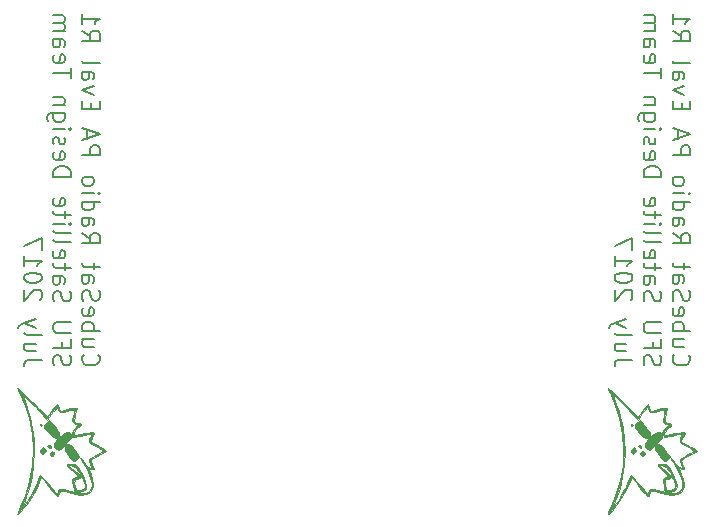
<source format=gbr>
G04 #@! TF.FileFunction,Legend,Bot*
%FSLAX46Y46*%
G04 Gerber Fmt 4.6, Leading zero omitted, Abs format (unit mm)*
G04 Created by KiCad (PCBNEW 4.0.6-e0-6349~53~ubuntu16.04.1) date Thu Jul 27 23:40:07 2017*
%MOMM*%
%LPD*%
G01*
G04 APERTURE LIST*
%ADD10C,0.100000*%
%ADD11C,0.200000*%
%ADD12C,0.010000*%
G04 APERTURE END LIST*
D10*
D11*
X109664286Y-97535714D02*
X109592857Y-97607143D01*
X109521429Y-97821429D01*
X109521429Y-97964286D01*
X109592857Y-98178571D01*
X109735714Y-98321429D01*
X109878571Y-98392857D01*
X110164286Y-98464286D01*
X110378571Y-98464286D01*
X110664286Y-98392857D01*
X110807143Y-98321429D01*
X110950000Y-98178571D01*
X111021429Y-97964286D01*
X111021429Y-97821429D01*
X110950000Y-97607143D01*
X110878571Y-97535714D01*
X110521429Y-96250000D02*
X109521429Y-96250000D01*
X110521429Y-96892857D02*
X109735714Y-96892857D01*
X109592857Y-96821429D01*
X109521429Y-96678571D01*
X109521429Y-96464286D01*
X109592857Y-96321429D01*
X109664286Y-96250000D01*
X109521429Y-95535714D02*
X111021429Y-95535714D01*
X110450000Y-95535714D02*
X110521429Y-95392857D01*
X110521429Y-95107143D01*
X110450000Y-94964286D01*
X110378571Y-94892857D01*
X110235714Y-94821428D01*
X109807143Y-94821428D01*
X109664286Y-94892857D01*
X109592857Y-94964286D01*
X109521429Y-95107143D01*
X109521429Y-95392857D01*
X109592857Y-95535714D01*
X109592857Y-93607143D02*
X109521429Y-93750000D01*
X109521429Y-94035714D01*
X109592857Y-94178571D01*
X109735714Y-94250000D01*
X110307143Y-94250000D01*
X110450000Y-94178571D01*
X110521429Y-94035714D01*
X110521429Y-93750000D01*
X110450000Y-93607143D01*
X110307143Y-93535714D01*
X110164286Y-93535714D01*
X110021429Y-94250000D01*
X109592857Y-92964286D02*
X109521429Y-92750000D01*
X109521429Y-92392857D01*
X109592857Y-92250000D01*
X109664286Y-92178571D01*
X109807143Y-92107143D01*
X109950000Y-92107143D01*
X110092857Y-92178571D01*
X110164286Y-92250000D01*
X110235714Y-92392857D01*
X110307143Y-92678571D01*
X110378571Y-92821429D01*
X110450000Y-92892857D01*
X110592857Y-92964286D01*
X110735714Y-92964286D01*
X110878571Y-92892857D01*
X110950000Y-92821429D01*
X111021429Y-92678571D01*
X111021429Y-92321429D01*
X110950000Y-92107143D01*
X109521429Y-90821429D02*
X110307143Y-90821429D01*
X110450000Y-90892858D01*
X110521429Y-91035715D01*
X110521429Y-91321429D01*
X110450000Y-91464286D01*
X109592857Y-90821429D02*
X109521429Y-90964286D01*
X109521429Y-91321429D01*
X109592857Y-91464286D01*
X109735714Y-91535715D01*
X109878571Y-91535715D01*
X110021429Y-91464286D01*
X110092857Y-91321429D01*
X110092857Y-90964286D01*
X110164286Y-90821429D01*
X110521429Y-90321429D02*
X110521429Y-89750000D01*
X111021429Y-90107143D02*
X109735714Y-90107143D01*
X109592857Y-90035715D01*
X109521429Y-89892857D01*
X109521429Y-89750000D01*
X109521429Y-87250000D02*
X110235714Y-87750000D01*
X109521429Y-88107143D02*
X111021429Y-88107143D01*
X111021429Y-87535715D01*
X110950000Y-87392857D01*
X110878571Y-87321429D01*
X110735714Y-87250000D01*
X110521429Y-87250000D01*
X110378571Y-87321429D01*
X110307143Y-87392857D01*
X110235714Y-87535715D01*
X110235714Y-88107143D01*
X109521429Y-85964286D02*
X110307143Y-85964286D01*
X110450000Y-86035715D01*
X110521429Y-86178572D01*
X110521429Y-86464286D01*
X110450000Y-86607143D01*
X109592857Y-85964286D02*
X109521429Y-86107143D01*
X109521429Y-86464286D01*
X109592857Y-86607143D01*
X109735714Y-86678572D01*
X109878571Y-86678572D01*
X110021429Y-86607143D01*
X110092857Y-86464286D01*
X110092857Y-86107143D01*
X110164286Y-85964286D01*
X109521429Y-84607143D02*
X111021429Y-84607143D01*
X109592857Y-84607143D02*
X109521429Y-84750000D01*
X109521429Y-85035714D01*
X109592857Y-85178572D01*
X109664286Y-85250000D01*
X109807143Y-85321429D01*
X110235714Y-85321429D01*
X110378571Y-85250000D01*
X110450000Y-85178572D01*
X110521429Y-85035714D01*
X110521429Y-84750000D01*
X110450000Y-84607143D01*
X109521429Y-83892857D02*
X110521429Y-83892857D01*
X111021429Y-83892857D02*
X110950000Y-83964286D01*
X110878571Y-83892857D01*
X110950000Y-83821429D01*
X111021429Y-83892857D01*
X110878571Y-83892857D01*
X109521429Y-82964285D02*
X109592857Y-83107143D01*
X109664286Y-83178571D01*
X109807143Y-83250000D01*
X110235714Y-83250000D01*
X110378571Y-83178571D01*
X110450000Y-83107143D01*
X110521429Y-82964285D01*
X110521429Y-82750000D01*
X110450000Y-82607143D01*
X110378571Y-82535714D01*
X110235714Y-82464285D01*
X109807143Y-82464285D01*
X109664286Y-82535714D01*
X109592857Y-82607143D01*
X109521429Y-82750000D01*
X109521429Y-82964285D01*
X109521429Y-80678571D02*
X111021429Y-80678571D01*
X111021429Y-80107143D01*
X110950000Y-79964285D01*
X110878571Y-79892857D01*
X110735714Y-79821428D01*
X110521429Y-79821428D01*
X110378571Y-79892857D01*
X110307143Y-79964285D01*
X110235714Y-80107143D01*
X110235714Y-80678571D01*
X109950000Y-79250000D02*
X109950000Y-78535714D01*
X109521429Y-79392857D02*
X111021429Y-78892857D01*
X109521429Y-78392857D01*
X110307143Y-76750000D02*
X110307143Y-76250000D01*
X109521429Y-76035714D02*
X109521429Y-76750000D01*
X111021429Y-76750000D01*
X111021429Y-76035714D01*
X110521429Y-75535714D02*
X109521429Y-75178571D01*
X110521429Y-74821429D01*
X109521429Y-73607143D02*
X110307143Y-73607143D01*
X110450000Y-73678572D01*
X110521429Y-73821429D01*
X110521429Y-74107143D01*
X110450000Y-74250000D01*
X109592857Y-73607143D02*
X109521429Y-73750000D01*
X109521429Y-74107143D01*
X109592857Y-74250000D01*
X109735714Y-74321429D01*
X109878571Y-74321429D01*
X110021429Y-74250000D01*
X110092857Y-74107143D01*
X110092857Y-73750000D01*
X110164286Y-73607143D01*
X109521429Y-72678571D02*
X109592857Y-72821429D01*
X109735714Y-72892857D01*
X111021429Y-72892857D01*
X109521429Y-70107143D02*
X110235714Y-70607143D01*
X109521429Y-70964286D02*
X111021429Y-70964286D01*
X111021429Y-70392858D01*
X110950000Y-70250000D01*
X110878571Y-70178572D01*
X110735714Y-70107143D01*
X110521429Y-70107143D01*
X110378571Y-70178572D01*
X110307143Y-70250000D01*
X110235714Y-70392858D01*
X110235714Y-70964286D01*
X109521429Y-68678572D02*
X109521429Y-69535715D01*
X109521429Y-69107143D02*
X111021429Y-69107143D01*
X110807143Y-69250000D01*
X110664286Y-69392858D01*
X110592857Y-69535715D01*
X107142857Y-98464286D02*
X107071429Y-98250000D01*
X107071429Y-97892857D01*
X107142857Y-97750000D01*
X107214286Y-97678571D01*
X107357143Y-97607143D01*
X107500000Y-97607143D01*
X107642857Y-97678571D01*
X107714286Y-97750000D01*
X107785714Y-97892857D01*
X107857143Y-98178571D01*
X107928571Y-98321429D01*
X108000000Y-98392857D01*
X108142857Y-98464286D01*
X108285714Y-98464286D01*
X108428571Y-98392857D01*
X108500000Y-98321429D01*
X108571429Y-98178571D01*
X108571429Y-97821429D01*
X108500000Y-97607143D01*
X107857143Y-96464286D02*
X107857143Y-96964286D01*
X107071429Y-96964286D02*
X108571429Y-96964286D01*
X108571429Y-96250000D01*
X108571429Y-95678572D02*
X107357143Y-95678572D01*
X107214286Y-95607144D01*
X107142857Y-95535715D01*
X107071429Y-95392858D01*
X107071429Y-95107144D01*
X107142857Y-94964286D01*
X107214286Y-94892858D01*
X107357143Y-94821429D01*
X108571429Y-94821429D01*
X107142857Y-93035715D02*
X107071429Y-92821429D01*
X107071429Y-92464286D01*
X107142857Y-92321429D01*
X107214286Y-92250000D01*
X107357143Y-92178572D01*
X107500000Y-92178572D01*
X107642857Y-92250000D01*
X107714286Y-92321429D01*
X107785714Y-92464286D01*
X107857143Y-92750000D01*
X107928571Y-92892858D01*
X108000000Y-92964286D01*
X108142857Y-93035715D01*
X108285714Y-93035715D01*
X108428571Y-92964286D01*
X108500000Y-92892858D01*
X108571429Y-92750000D01*
X108571429Y-92392858D01*
X108500000Y-92178572D01*
X107071429Y-90892858D02*
X107857143Y-90892858D01*
X108000000Y-90964287D01*
X108071429Y-91107144D01*
X108071429Y-91392858D01*
X108000000Y-91535715D01*
X107142857Y-90892858D02*
X107071429Y-91035715D01*
X107071429Y-91392858D01*
X107142857Y-91535715D01*
X107285714Y-91607144D01*
X107428571Y-91607144D01*
X107571429Y-91535715D01*
X107642857Y-91392858D01*
X107642857Y-91035715D01*
X107714286Y-90892858D01*
X108071429Y-90392858D02*
X108071429Y-89821429D01*
X108571429Y-90178572D02*
X107285714Y-90178572D01*
X107142857Y-90107144D01*
X107071429Y-89964286D01*
X107071429Y-89821429D01*
X107142857Y-88750001D02*
X107071429Y-88892858D01*
X107071429Y-89178572D01*
X107142857Y-89321429D01*
X107285714Y-89392858D01*
X107857143Y-89392858D01*
X108000000Y-89321429D01*
X108071429Y-89178572D01*
X108071429Y-88892858D01*
X108000000Y-88750001D01*
X107857143Y-88678572D01*
X107714286Y-88678572D01*
X107571429Y-89392858D01*
X107071429Y-87821429D02*
X107142857Y-87964287D01*
X107285714Y-88035715D01*
X108571429Y-88035715D01*
X107071429Y-87035715D02*
X107142857Y-87178573D01*
X107285714Y-87250001D01*
X108571429Y-87250001D01*
X107071429Y-86464287D02*
X108071429Y-86464287D01*
X108571429Y-86464287D02*
X108500000Y-86535716D01*
X108428571Y-86464287D01*
X108500000Y-86392859D01*
X108571429Y-86464287D01*
X108428571Y-86464287D01*
X108071429Y-85964287D02*
X108071429Y-85392858D01*
X108571429Y-85750001D02*
X107285714Y-85750001D01*
X107142857Y-85678573D01*
X107071429Y-85535715D01*
X107071429Y-85392858D01*
X107142857Y-84321430D02*
X107071429Y-84464287D01*
X107071429Y-84750001D01*
X107142857Y-84892858D01*
X107285714Y-84964287D01*
X107857143Y-84964287D01*
X108000000Y-84892858D01*
X108071429Y-84750001D01*
X108071429Y-84464287D01*
X108000000Y-84321430D01*
X107857143Y-84250001D01*
X107714286Y-84250001D01*
X107571429Y-84964287D01*
X107071429Y-82464287D02*
X108571429Y-82464287D01*
X108571429Y-82107144D01*
X108500000Y-81892859D01*
X108357143Y-81750001D01*
X108214286Y-81678573D01*
X107928571Y-81607144D01*
X107714286Y-81607144D01*
X107428571Y-81678573D01*
X107285714Y-81750001D01*
X107142857Y-81892859D01*
X107071429Y-82107144D01*
X107071429Y-82464287D01*
X107142857Y-80392859D02*
X107071429Y-80535716D01*
X107071429Y-80821430D01*
X107142857Y-80964287D01*
X107285714Y-81035716D01*
X107857143Y-81035716D01*
X108000000Y-80964287D01*
X108071429Y-80821430D01*
X108071429Y-80535716D01*
X108000000Y-80392859D01*
X107857143Y-80321430D01*
X107714286Y-80321430D01*
X107571429Y-81035716D01*
X107142857Y-79750002D02*
X107071429Y-79607145D01*
X107071429Y-79321430D01*
X107142857Y-79178573D01*
X107285714Y-79107145D01*
X107357143Y-79107145D01*
X107500000Y-79178573D01*
X107571429Y-79321430D01*
X107571429Y-79535716D01*
X107642857Y-79678573D01*
X107785714Y-79750002D01*
X107857143Y-79750002D01*
X108000000Y-79678573D01*
X108071429Y-79535716D01*
X108071429Y-79321430D01*
X108000000Y-79178573D01*
X107071429Y-78464287D02*
X108071429Y-78464287D01*
X108571429Y-78464287D02*
X108500000Y-78535716D01*
X108428571Y-78464287D01*
X108500000Y-78392859D01*
X108571429Y-78464287D01*
X108428571Y-78464287D01*
X108071429Y-77107144D02*
X106857143Y-77107144D01*
X106714286Y-77178573D01*
X106642857Y-77250001D01*
X106571429Y-77392858D01*
X106571429Y-77607144D01*
X106642857Y-77750001D01*
X107142857Y-77107144D02*
X107071429Y-77250001D01*
X107071429Y-77535715D01*
X107142857Y-77678573D01*
X107214286Y-77750001D01*
X107357143Y-77821430D01*
X107785714Y-77821430D01*
X107928571Y-77750001D01*
X108000000Y-77678573D01*
X108071429Y-77535715D01*
X108071429Y-77250001D01*
X108000000Y-77107144D01*
X108071429Y-76392858D02*
X107071429Y-76392858D01*
X107928571Y-76392858D02*
X108000000Y-76321430D01*
X108071429Y-76178572D01*
X108071429Y-75964287D01*
X108000000Y-75821430D01*
X107857143Y-75750001D01*
X107071429Y-75750001D01*
X108571429Y-74107144D02*
X108571429Y-73250001D01*
X107071429Y-73678572D02*
X108571429Y-73678572D01*
X107142857Y-72178573D02*
X107071429Y-72321430D01*
X107071429Y-72607144D01*
X107142857Y-72750001D01*
X107285714Y-72821430D01*
X107857143Y-72821430D01*
X108000000Y-72750001D01*
X108071429Y-72607144D01*
X108071429Y-72321430D01*
X108000000Y-72178573D01*
X107857143Y-72107144D01*
X107714286Y-72107144D01*
X107571429Y-72821430D01*
X107071429Y-70821430D02*
X107857143Y-70821430D01*
X108000000Y-70892859D01*
X108071429Y-71035716D01*
X108071429Y-71321430D01*
X108000000Y-71464287D01*
X107142857Y-70821430D02*
X107071429Y-70964287D01*
X107071429Y-71321430D01*
X107142857Y-71464287D01*
X107285714Y-71535716D01*
X107428571Y-71535716D01*
X107571429Y-71464287D01*
X107642857Y-71321430D01*
X107642857Y-70964287D01*
X107714286Y-70821430D01*
X107071429Y-70107144D02*
X108071429Y-70107144D01*
X107928571Y-70107144D02*
X108000000Y-70035716D01*
X108071429Y-69892858D01*
X108071429Y-69678573D01*
X108000000Y-69535716D01*
X107857143Y-69464287D01*
X107071429Y-69464287D01*
X107857143Y-69464287D02*
X108000000Y-69392858D01*
X108071429Y-69250001D01*
X108071429Y-69035716D01*
X108000000Y-68892858D01*
X107857143Y-68821430D01*
X107071429Y-68821430D01*
X106121429Y-97964286D02*
X105050000Y-97964286D01*
X104835714Y-98035714D01*
X104692857Y-98178571D01*
X104621429Y-98392857D01*
X104621429Y-98535714D01*
X105621429Y-96607143D02*
X104621429Y-96607143D01*
X105621429Y-97250000D02*
X104835714Y-97250000D01*
X104692857Y-97178572D01*
X104621429Y-97035714D01*
X104621429Y-96821429D01*
X104692857Y-96678572D01*
X104764286Y-96607143D01*
X104621429Y-95678571D02*
X104692857Y-95821429D01*
X104835714Y-95892857D01*
X106121429Y-95892857D01*
X105621429Y-95250000D02*
X104621429Y-94892857D01*
X105621429Y-94535715D02*
X104621429Y-94892857D01*
X104264286Y-95035715D01*
X104192857Y-95107143D01*
X104121429Y-95250000D01*
X105978571Y-92892858D02*
X106050000Y-92821429D01*
X106121429Y-92678572D01*
X106121429Y-92321429D01*
X106050000Y-92178572D01*
X105978571Y-92107143D01*
X105835714Y-92035715D01*
X105692857Y-92035715D01*
X105478571Y-92107143D01*
X104621429Y-92964286D01*
X104621429Y-92035715D01*
X106121429Y-91107144D02*
X106121429Y-90964287D01*
X106050000Y-90821430D01*
X105978571Y-90750001D01*
X105835714Y-90678572D01*
X105550000Y-90607144D01*
X105192857Y-90607144D01*
X104907143Y-90678572D01*
X104764286Y-90750001D01*
X104692857Y-90821430D01*
X104621429Y-90964287D01*
X104621429Y-91107144D01*
X104692857Y-91250001D01*
X104764286Y-91321430D01*
X104907143Y-91392858D01*
X105192857Y-91464287D01*
X105550000Y-91464287D01*
X105835714Y-91392858D01*
X105978571Y-91321430D01*
X106050000Y-91250001D01*
X106121429Y-91107144D01*
X104621429Y-89178573D02*
X104621429Y-90035716D01*
X104621429Y-89607144D02*
X106121429Y-89607144D01*
X105907143Y-89750001D01*
X105764286Y-89892859D01*
X105692857Y-90035716D01*
X106121429Y-88678573D02*
X106121429Y-87678573D01*
X104621429Y-88321430D01*
X159664286Y-97535714D02*
X159592857Y-97607143D01*
X159521429Y-97821429D01*
X159521429Y-97964286D01*
X159592857Y-98178571D01*
X159735714Y-98321429D01*
X159878571Y-98392857D01*
X160164286Y-98464286D01*
X160378571Y-98464286D01*
X160664286Y-98392857D01*
X160807143Y-98321429D01*
X160950000Y-98178571D01*
X161021429Y-97964286D01*
X161021429Y-97821429D01*
X160950000Y-97607143D01*
X160878571Y-97535714D01*
X160521429Y-96250000D02*
X159521429Y-96250000D01*
X160521429Y-96892857D02*
X159735714Y-96892857D01*
X159592857Y-96821429D01*
X159521429Y-96678571D01*
X159521429Y-96464286D01*
X159592857Y-96321429D01*
X159664286Y-96250000D01*
X159521429Y-95535714D02*
X161021429Y-95535714D01*
X160450000Y-95535714D02*
X160521429Y-95392857D01*
X160521429Y-95107143D01*
X160450000Y-94964286D01*
X160378571Y-94892857D01*
X160235714Y-94821428D01*
X159807143Y-94821428D01*
X159664286Y-94892857D01*
X159592857Y-94964286D01*
X159521429Y-95107143D01*
X159521429Y-95392857D01*
X159592857Y-95535714D01*
X159592857Y-93607143D02*
X159521429Y-93750000D01*
X159521429Y-94035714D01*
X159592857Y-94178571D01*
X159735714Y-94250000D01*
X160307143Y-94250000D01*
X160450000Y-94178571D01*
X160521429Y-94035714D01*
X160521429Y-93750000D01*
X160450000Y-93607143D01*
X160307143Y-93535714D01*
X160164286Y-93535714D01*
X160021429Y-94250000D01*
X159592857Y-92964286D02*
X159521429Y-92750000D01*
X159521429Y-92392857D01*
X159592857Y-92250000D01*
X159664286Y-92178571D01*
X159807143Y-92107143D01*
X159950000Y-92107143D01*
X160092857Y-92178571D01*
X160164286Y-92250000D01*
X160235714Y-92392857D01*
X160307143Y-92678571D01*
X160378571Y-92821429D01*
X160450000Y-92892857D01*
X160592857Y-92964286D01*
X160735714Y-92964286D01*
X160878571Y-92892857D01*
X160950000Y-92821429D01*
X161021429Y-92678571D01*
X161021429Y-92321429D01*
X160950000Y-92107143D01*
X159521429Y-90821429D02*
X160307143Y-90821429D01*
X160450000Y-90892858D01*
X160521429Y-91035715D01*
X160521429Y-91321429D01*
X160450000Y-91464286D01*
X159592857Y-90821429D02*
X159521429Y-90964286D01*
X159521429Y-91321429D01*
X159592857Y-91464286D01*
X159735714Y-91535715D01*
X159878571Y-91535715D01*
X160021429Y-91464286D01*
X160092857Y-91321429D01*
X160092857Y-90964286D01*
X160164286Y-90821429D01*
X160521429Y-90321429D02*
X160521429Y-89750000D01*
X161021429Y-90107143D02*
X159735714Y-90107143D01*
X159592857Y-90035715D01*
X159521429Y-89892857D01*
X159521429Y-89750000D01*
X159521429Y-87250000D02*
X160235714Y-87750000D01*
X159521429Y-88107143D02*
X161021429Y-88107143D01*
X161021429Y-87535715D01*
X160950000Y-87392857D01*
X160878571Y-87321429D01*
X160735714Y-87250000D01*
X160521429Y-87250000D01*
X160378571Y-87321429D01*
X160307143Y-87392857D01*
X160235714Y-87535715D01*
X160235714Y-88107143D01*
X159521429Y-85964286D02*
X160307143Y-85964286D01*
X160450000Y-86035715D01*
X160521429Y-86178572D01*
X160521429Y-86464286D01*
X160450000Y-86607143D01*
X159592857Y-85964286D02*
X159521429Y-86107143D01*
X159521429Y-86464286D01*
X159592857Y-86607143D01*
X159735714Y-86678572D01*
X159878571Y-86678572D01*
X160021429Y-86607143D01*
X160092857Y-86464286D01*
X160092857Y-86107143D01*
X160164286Y-85964286D01*
X159521429Y-84607143D02*
X161021429Y-84607143D01*
X159592857Y-84607143D02*
X159521429Y-84750000D01*
X159521429Y-85035714D01*
X159592857Y-85178572D01*
X159664286Y-85250000D01*
X159807143Y-85321429D01*
X160235714Y-85321429D01*
X160378571Y-85250000D01*
X160450000Y-85178572D01*
X160521429Y-85035714D01*
X160521429Y-84750000D01*
X160450000Y-84607143D01*
X159521429Y-83892857D02*
X160521429Y-83892857D01*
X161021429Y-83892857D02*
X160950000Y-83964286D01*
X160878571Y-83892857D01*
X160950000Y-83821429D01*
X161021429Y-83892857D01*
X160878571Y-83892857D01*
X159521429Y-82964285D02*
X159592857Y-83107143D01*
X159664286Y-83178571D01*
X159807143Y-83250000D01*
X160235714Y-83250000D01*
X160378571Y-83178571D01*
X160450000Y-83107143D01*
X160521429Y-82964285D01*
X160521429Y-82750000D01*
X160450000Y-82607143D01*
X160378571Y-82535714D01*
X160235714Y-82464285D01*
X159807143Y-82464285D01*
X159664286Y-82535714D01*
X159592857Y-82607143D01*
X159521429Y-82750000D01*
X159521429Y-82964285D01*
X159521429Y-80678571D02*
X161021429Y-80678571D01*
X161021429Y-80107143D01*
X160950000Y-79964285D01*
X160878571Y-79892857D01*
X160735714Y-79821428D01*
X160521429Y-79821428D01*
X160378571Y-79892857D01*
X160307143Y-79964285D01*
X160235714Y-80107143D01*
X160235714Y-80678571D01*
X159950000Y-79250000D02*
X159950000Y-78535714D01*
X159521429Y-79392857D02*
X161021429Y-78892857D01*
X159521429Y-78392857D01*
X160307143Y-76750000D02*
X160307143Y-76250000D01*
X159521429Y-76035714D02*
X159521429Y-76750000D01*
X161021429Y-76750000D01*
X161021429Y-76035714D01*
X160521429Y-75535714D02*
X159521429Y-75178571D01*
X160521429Y-74821429D01*
X159521429Y-73607143D02*
X160307143Y-73607143D01*
X160450000Y-73678572D01*
X160521429Y-73821429D01*
X160521429Y-74107143D01*
X160450000Y-74250000D01*
X159592857Y-73607143D02*
X159521429Y-73750000D01*
X159521429Y-74107143D01*
X159592857Y-74250000D01*
X159735714Y-74321429D01*
X159878571Y-74321429D01*
X160021429Y-74250000D01*
X160092857Y-74107143D01*
X160092857Y-73750000D01*
X160164286Y-73607143D01*
X159521429Y-72678571D02*
X159592857Y-72821429D01*
X159735714Y-72892857D01*
X161021429Y-72892857D01*
X159521429Y-70107143D02*
X160235714Y-70607143D01*
X159521429Y-70964286D02*
X161021429Y-70964286D01*
X161021429Y-70392858D01*
X160950000Y-70250000D01*
X160878571Y-70178572D01*
X160735714Y-70107143D01*
X160521429Y-70107143D01*
X160378571Y-70178572D01*
X160307143Y-70250000D01*
X160235714Y-70392858D01*
X160235714Y-70964286D01*
X159521429Y-68678572D02*
X159521429Y-69535715D01*
X159521429Y-69107143D02*
X161021429Y-69107143D01*
X160807143Y-69250000D01*
X160664286Y-69392858D01*
X160592857Y-69535715D01*
X157142857Y-98464286D02*
X157071429Y-98250000D01*
X157071429Y-97892857D01*
X157142857Y-97750000D01*
X157214286Y-97678571D01*
X157357143Y-97607143D01*
X157500000Y-97607143D01*
X157642857Y-97678571D01*
X157714286Y-97750000D01*
X157785714Y-97892857D01*
X157857143Y-98178571D01*
X157928571Y-98321429D01*
X158000000Y-98392857D01*
X158142857Y-98464286D01*
X158285714Y-98464286D01*
X158428571Y-98392857D01*
X158500000Y-98321429D01*
X158571429Y-98178571D01*
X158571429Y-97821429D01*
X158500000Y-97607143D01*
X157857143Y-96464286D02*
X157857143Y-96964286D01*
X157071429Y-96964286D02*
X158571429Y-96964286D01*
X158571429Y-96250000D01*
X158571429Y-95678572D02*
X157357143Y-95678572D01*
X157214286Y-95607144D01*
X157142857Y-95535715D01*
X157071429Y-95392858D01*
X157071429Y-95107144D01*
X157142857Y-94964286D01*
X157214286Y-94892858D01*
X157357143Y-94821429D01*
X158571429Y-94821429D01*
X157142857Y-93035715D02*
X157071429Y-92821429D01*
X157071429Y-92464286D01*
X157142857Y-92321429D01*
X157214286Y-92250000D01*
X157357143Y-92178572D01*
X157500000Y-92178572D01*
X157642857Y-92250000D01*
X157714286Y-92321429D01*
X157785714Y-92464286D01*
X157857143Y-92750000D01*
X157928571Y-92892858D01*
X158000000Y-92964286D01*
X158142857Y-93035715D01*
X158285714Y-93035715D01*
X158428571Y-92964286D01*
X158500000Y-92892858D01*
X158571429Y-92750000D01*
X158571429Y-92392858D01*
X158500000Y-92178572D01*
X157071429Y-90892858D02*
X157857143Y-90892858D01*
X158000000Y-90964287D01*
X158071429Y-91107144D01*
X158071429Y-91392858D01*
X158000000Y-91535715D01*
X157142857Y-90892858D02*
X157071429Y-91035715D01*
X157071429Y-91392858D01*
X157142857Y-91535715D01*
X157285714Y-91607144D01*
X157428571Y-91607144D01*
X157571429Y-91535715D01*
X157642857Y-91392858D01*
X157642857Y-91035715D01*
X157714286Y-90892858D01*
X158071429Y-90392858D02*
X158071429Y-89821429D01*
X158571429Y-90178572D02*
X157285714Y-90178572D01*
X157142857Y-90107144D01*
X157071429Y-89964286D01*
X157071429Y-89821429D01*
X157142857Y-88750001D02*
X157071429Y-88892858D01*
X157071429Y-89178572D01*
X157142857Y-89321429D01*
X157285714Y-89392858D01*
X157857143Y-89392858D01*
X158000000Y-89321429D01*
X158071429Y-89178572D01*
X158071429Y-88892858D01*
X158000000Y-88750001D01*
X157857143Y-88678572D01*
X157714286Y-88678572D01*
X157571429Y-89392858D01*
X157071429Y-87821429D02*
X157142857Y-87964287D01*
X157285714Y-88035715D01*
X158571429Y-88035715D01*
X157071429Y-87035715D02*
X157142857Y-87178573D01*
X157285714Y-87250001D01*
X158571429Y-87250001D01*
X157071429Y-86464287D02*
X158071429Y-86464287D01*
X158571429Y-86464287D02*
X158500000Y-86535716D01*
X158428571Y-86464287D01*
X158500000Y-86392859D01*
X158571429Y-86464287D01*
X158428571Y-86464287D01*
X158071429Y-85964287D02*
X158071429Y-85392858D01*
X158571429Y-85750001D02*
X157285714Y-85750001D01*
X157142857Y-85678573D01*
X157071429Y-85535715D01*
X157071429Y-85392858D01*
X157142857Y-84321430D02*
X157071429Y-84464287D01*
X157071429Y-84750001D01*
X157142857Y-84892858D01*
X157285714Y-84964287D01*
X157857143Y-84964287D01*
X158000000Y-84892858D01*
X158071429Y-84750001D01*
X158071429Y-84464287D01*
X158000000Y-84321430D01*
X157857143Y-84250001D01*
X157714286Y-84250001D01*
X157571429Y-84964287D01*
X157071429Y-82464287D02*
X158571429Y-82464287D01*
X158571429Y-82107144D01*
X158500000Y-81892859D01*
X158357143Y-81750001D01*
X158214286Y-81678573D01*
X157928571Y-81607144D01*
X157714286Y-81607144D01*
X157428571Y-81678573D01*
X157285714Y-81750001D01*
X157142857Y-81892859D01*
X157071429Y-82107144D01*
X157071429Y-82464287D01*
X157142857Y-80392859D02*
X157071429Y-80535716D01*
X157071429Y-80821430D01*
X157142857Y-80964287D01*
X157285714Y-81035716D01*
X157857143Y-81035716D01*
X158000000Y-80964287D01*
X158071429Y-80821430D01*
X158071429Y-80535716D01*
X158000000Y-80392859D01*
X157857143Y-80321430D01*
X157714286Y-80321430D01*
X157571429Y-81035716D01*
X157142857Y-79750002D02*
X157071429Y-79607145D01*
X157071429Y-79321430D01*
X157142857Y-79178573D01*
X157285714Y-79107145D01*
X157357143Y-79107145D01*
X157500000Y-79178573D01*
X157571429Y-79321430D01*
X157571429Y-79535716D01*
X157642857Y-79678573D01*
X157785714Y-79750002D01*
X157857143Y-79750002D01*
X158000000Y-79678573D01*
X158071429Y-79535716D01*
X158071429Y-79321430D01*
X158000000Y-79178573D01*
X157071429Y-78464287D02*
X158071429Y-78464287D01*
X158571429Y-78464287D02*
X158500000Y-78535716D01*
X158428571Y-78464287D01*
X158500000Y-78392859D01*
X158571429Y-78464287D01*
X158428571Y-78464287D01*
X158071429Y-77107144D02*
X156857143Y-77107144D01*
X156714286Y-77178573D01*
X156642857Y-77250001D01*
X156571429Y-77392858D01*
X156571429Y-77607144D01*
X156642857Y-77750001D01*
X157142857Y-77107144D02*
X157071429Y-77250001D01*
X157071429Y-77535715D01*
X157142857Y-77678573D01*
X157214286Y-77750001D01*
X157357143Y-77821430D01*
X157785714Y-77821430D01*
X157928571Y-77750001D01*
X158000000Y-77678573D01*
X158071429Y-77535715D01*
X158071429Y-77250001D01*
X158000000Y-77107144D01*
X158071429Y-76392858D02*
X157071429Y-76392858D01*
X157928571Y-76392858D02*
X158000000Y-76321430D01*
X158071429Y-76178572D01*
X158071429Y-75964287D01*
X158000000Y-75821430D01*
X157857143Y-75750001D01*
X157071429Y-75750001D01*
X158571429Y-74107144D02*
X158571429Y-73250001D01*
X157071429Y-73678572D02*
X158571429Y-73678572D01*
X157142857Y-72178573D02*
X157071429Y-72321430D01*
X157071429Y-72607144D01*
X157142857Y-72750001D01*
X157285714Y-72821430D01*
X157857143Y-72821430D01*
X158000000Y-72750001D01*
X158071429Y-72607144D01*
X158071429Y-72321430D01*
X158000000Y-72178573D01*
X157857143Y-72107144D01*
X157714286Y-72107144D01*
X157571429Y-72821430D01*
X157071429Y-70821430D02*
X157857143Y-70821430D01*
X158000000Y-70892859D01*
X158071429Y-71035716D01*
X158071429Y-71321430D01*
X158000000Y-71464287D01*
X157142857Y-70821430D02*
X157071429Y-70964287D01*
X157071429Y-71321430D01*
X157142857Y-71464287D01*
X157285714Y-71535716D01*
X157428571Y-71535716D01*
X157571429Y-71464287D01*
X157642857Y-71321430D01*
X157642857Y-70964287D01*
X157714286Y-70821430D01*
X157071429Y-70107144D02*
X158071429Y-70107144D01*
X157928571Y-70107144D02*
X158000000Y-70035716D01*
X158071429Y-69892858D01*
X158071429Y-69678573D01*
X158000000Y-69535716D01*
X157857143Y-69464287D01*
X157071429Y-69464287D01*
X157857143Y-69464287D02*
X158000000Y-69392858D01*
X158071429Y-69250001D01*
X158071429Y-69035716D01*
X158000000Y-68892858D01*
X157857143Y-68821430D01*
X157071429Y-68821430D01*
X156121429Y-97964286D02*
X155050000Y-97964286D01*
X154835714Y-98035714D01*
X154692857Y-98178571D01*
X154621429Y-98392857D01*
X154621429Y-98535714D01*
X155621429Y-96607143D02*
X154621429Y-96607143D01*
X155621429Y-97250000D02*
X154835714Y-97250000D01*
X154692857Y-97178572D01*
X154621429Y-97035714D01*
X154621429Y-96821429D01*
X154692857Y-96678572D01*
X154764286Y-96607143D01*
X154621429Y-95678571D02*
X154692857Y-95821429D01*
X154835714Y-95892857D01*
X156121429Y-95892857D01*
X155621429Y-95250000D02*
X154621429Y-94892857D01*
X155621429Y-94535715D02*
X154621429Y-94892857D01*
X154264286Y-95035715D01*
X154192857Y-95107143D01*
X154121429Y-95250000D01*
X155978571Y-92892858D02*
X156050000Y-92821429D01*
X156121429Y-92678572D01*
X156121429Y-92321429D01*
X156050000Y-92178572D01*
X155978571Y-92107143D01*
X155835714Y-92035715D01*
X155692857Y-92035715D01*
X155478571Y-92107143D01*
X154621429Y-92964286D01*
X154621429Y-92035715D01*
X156121429Y-91107144D02*
X156121429Y-90964287D01*
X156050000Y-90821430D01*
X155978571Y-90750001D01*
X155835714Y-90678572D01*
X155550000Y-90607144D01*
X155192857Y-90607144D01*
X154907143Y-90678572D01*
X154764286Y-90750001D01*
X154692857Y-90821430D01*
X154621429Y-90964287D01*
X154621429Y-91107144D01*
X154692857Y-91250001D01*
X154764286Y-91321430D01*
X154907143Y-91392858D01*
X155192857Y-91464287D01*
X155550000Y-91464287D01*
X155835714Y-91392858D01*
X155978571Y-91321430D01*
X156050000Y-91250001D01*
X156121429Y-91107144D01*
X154621429Y-89178573D02*
X154621429Y-90035716D01*
X154621429Y-89607144D02*
X156121429Y-89607144D01*
X155907143Y-89750001D01*
X155764286Y-89892859D01*
X155692857Y-90035716D01*
X156121429Y-88678573D02*
X156121429Y-87678573D01*
X154621429Y-88321430D01*
D12*
G36*
X111490311Y-105606464D02*
X111304930Y-105488590D01*
X111039383Y-105338642D01*
X110946167Y-105289005D01*
X110653477Y-105132608D01*
X110419527Y-105002622D01*
X110284515Y-104921536D01*
X110269873Y-104910620D01*
X110267388Y-104808887D01*
X110335771Y-104620576D01*
X110375707Y-104540613D01*
X110480713Y-104328783D01*
X110539480Y-104179352D01*
X110544000Y-104154285D01*
X110469219Y-104125941D01*
X110277182Y-104132452D01*
X110120667Y-104153978D01*
X109760884Y-104215205D01*
X109380745Y-104279921D01*
X109280308Y-104297025D01*
X109027670Y-104331926D01*
X108894392Y-104319912D01*
X108835085Y-104253212D01*
X108824292Y-104218952D01*
X108858940Y-104053909D01*
X109013748Y-103851283D01*
X109029651Y-103835754D01*
X109181174Y-103708183D01*
X109268441Y-103668697D01*
X109276575Y-103680993D01*
X109312108Y-103684416D01*
X109371091Y-103602084D01*
X109401209Y-103438568D01*
X109280956Y-103332667D01*
X109038251Y-103295963D01*
X108927550Y-103283763D01*
X108878065Y-103221182D01*
X108877003Y-103066322D01*
X108902118Y-102850166D01*
X108949538Y-102553123D01*
X109005814Y-102296832D01*
X109033527Y-102205729D01*
X109070085Y-102072142D01*
X109015051Y-102029043D01*
X108831091Y-102047218D01*
X108830993Y-102047232D01*
X108584162Y-102095307D01*
X108270111Y-102170548D01*
X108113557Y-102212635D01*
X107672780Y-102336596D01*
X107556317Y-102044602D01*
X107439855Y-101752608D01*
X107026111Y-102248471D01*
X106824754Y-102490489D01*
X106669082Y-102678904D01*
X106587957Y-102778751D01*
X106583477Y-102784651D01*
X106518796Y-102739009D01*
X106354577Y-102588455D01*
X106108544Y-102350235D01*
X105798421Y-102041596D01*
X105441933Y-101679787D01*
X105330543Y-101565457D01*
X104962853Y-101191305D01*
X104635021Y-100865684D01*
X104365025Y-100605799D01*
X104170847Y-100428856D01*
X104070465Y-100352060D01*
X104061434Y-100351011D01*
X104069303Y-100446191D01*
X104144987Y-100626414D01*
X104174014Y-100681204D01*
X104280038Y-100895812D01*
X104419753Y-101209087D01*
X104566778Y-101561373D01*
X104599655Y-101643666D01*
X105017395Y-102925810D01*
X105272800Y-104239689D01*
X105366350Y-105570514D01*
X105298526Y-106903495D01*
X105069809Y-108223843D01*
X104680679Y-109516768D01*
X104315221Y-110393047D01*
X104180472Y-110688542D01*
X104079863Y-110923155D01*
X104030467Y-111056606D01*
X104028139Y-111070380D01*
X104081052Y-111043512D01*
X104215498Y-110917875D01*
X104379490Y-110745333D01*
X104546209Y-110540597D01*
X104546209Y-110355963D01*
X104531344Y-110313227D01*
X104574778Y-110149750D01*
X104667150Y-109900019D01*
X104675584Y-109879277D01*
X104823827Y-109489258D01*
X104972543Y-109054781D01*
X105051840Y-108798000D01*
X105271201Y-107839774D01*
X105410966Y-106790108D01*
X105467819Y-105708500D01*
X105438447Y-104654445D01*
X105332446Y-103760333D01*
X105246622Y-103358515D01*
X105114255Y-102853323D01*
X104951659Y-102298619D01*
X104775152Y-101748264D01*
X104601049Y-101256117D01*
X104487119Y-100969866D01*
X104519647Y-100974348D01*
X104652437Y-101085807D01*
X104868894Y-101288668D01*
X105152425Y-101567356D01*
X105486437Y-101906296D01*
X105503329Y-101923684D01*
X106590308Y-103043302D01*
X106737817Y-102809151D01*
X106889177Y-102593413D01*
X107084391Y-102344616D01*
X107139897Y-102278666D01*
X107394469Y-101982333D01*
X107501158Y-102215166D01*
X107566751Y-102348583D01*
X107637657Y-102418929D01*
X107754052Y-102431076D01*
X107956114Y-102389891D01*
X108259458Y-102307069D01*
X108532951Y-102241630D01*
X108738018Y-102212208D01*
X108822103Y-102221881D01*
X108835534Y-102328612D01*
X108811759Y-102545572D01*
X108773804Y-102742535D01*
X108715596Y-103069724D01*
X108725364Y-103266424D01*
X108810076Y-103360103D01*
X108935334Y-103379333D01*
X109101303Y-103414220D01*
X109119431Y-103521374D01*
X108989400Y-103704534D01*
X108899680Y-103796192D01*
X108728702Y-103977868D01*
X108665705Y-104111548D01*
X108687730Y-104256605D01*
X108704032Y-104302141D01*
X108791449Y-104533734D01*
X109392558Y-104423030D01*
X109721202Y-104361151D01*
X110006456Y-104305066D01*
X110186899Y-104266853D01*
X110187624Y-104266682D01*
X110314017Y-104245234D01*
X110335966Y-104292274D01*
X110265215Y-104446017D01*
X110251124Y-104473315D01*
X110154663Y-104694469D01*
X110145487Y-104861325D01*
X110241762Y-105006629D01*
X110461655Y-105163129D01*
X110711896Y-105303921D01*
X110988812Y-105459964D01*
X111196673Y-105589647D01*
X111299483Y-105670124D01*
X111304563Y-105680104D01*
X111235255Y-105742877D01*
X111050895Y-105856120D01*
X110789087Y-105997025D01*
X110746189Y-106018771D01*
X110467333Y-106170661D01*
X110252885Y-106309197D01*
X110145055Y-106406800D01*
X110141511Y-106413862D01*
X110146089Y-106559769D01*
X110215005Y-106773451D01*
X110234286Y-106816029D01*
X110317676Y-107003983D01*
X110321072Y-107085261D01*
X110240729Y-107104380D01*
X110210011Y-107104666D01*
X110037646Y-107059556D01*
X109862427Y-106908369D01*
X109658583Y-106627320D01*
X109611302Y-106552125D01*
X109488219Y-106375431D01*
X109400425Y-106289841D01*
X109383181Y-106289930D01*
X109404564Y-106375638D01*
X109502431Y-106554272D01*
X109610416Y-106720395D01*
X109915774Y-107224466D01*
X110157060Y-107742640D01*
X110310202Y-108220030D01*
X110341361Y-108387087D01*
X110359868Y-108651516D01*
X110310794Y-108835691D01*
X110188553Y-109004927D01*
X110005874Y-109166917D01*
X109772401Y-109253390D01*
X109555186Y-109284255D01*
X109265463Y-109292578D01*
X109094375Y-109255072D01*
X109068937Y-109232018D01*
X109070767Y-109172357D01*
X109132719Y-109185235D01*
X109285021Y-109184742D01*
X109305079Y-109179323D01*
X109305079Y-108999159D01*
X109090292Y-108993856D01*
X108985954Y-108930193D01*
X108933815Y-108764458D01*
X108924180Y-108713333D01*
X108880423Y-108382659D01*
X108902719Y-108180834D01*
X108999302Y-108077547D01*
X109104667Y-108049054D01*
X109309227Y-107994329D01*
X109412193Y-107939380D01*
X109412193Y-107756696D01*
X109333253Y-107725436D01*
X109162155Y-107603633D01*
X108931557Y-107415178D01*
X108858029Y-107351304D01*
X108624171Y-107140406D01*
X108452981Y-106976302D01*
X108373076Y-106886767D01*
X108371107Y-106878671D01*
X108459242Y-106883595D01*
X108647398Y-106925474D01*
X108696717Y-106938696D01*
X108982579Y-107085478D01*
X109227465Y-107367504D01*
X109351360Y-107575067D01*
X109413260Y-107720479D01*
X109412193Y-107756696D01*
X109412193Y-107939380D01*
X109418107Y-107936223D01*
X109507164Y-107927379D01*
X109603430Y-108061353D01*
X109650940Y-108166342D01*
X109765210Y-108528585D01*
X109754572Y-108781683D01*
X109615187Y-108934880D01*
X109343217Y-108997419D01*
X109305079Y-108999159D01*
X109305079Y-109179323D01*
X109507949Y-109124505D01*
X109560450Y-109103919D01*
X109758352Y-109004196D01*
X109845537Y-108883215D01*
X109866487Y-108672214D01*
X109866667Y-108630572D01*
X109813910Y-108314697D01*
X109667514Y-107913011D01*
X109445290Y-107467186D01*
X109198809Y-107067990D01*
X109049693Y-106900427D01*
X108855673Y-106816487D01*
X108644067Y-106787290D01*
X108397561Y-106783270D01*
X108281222Y-106831059D01*
X108296917Y-106942237D01*
X108446512Y-107128385D01*
X108731872Y-107401085D01*
X108744834Y-107412783D01*
X108989367Y-107636098D01*
X109112790Y-107775222D01*
X109117949Y-107861326D01*
X109007690Y-107925580D01*
X108798011Y-107994970D01*
X108708257Y-108066331D01*
X108703618Y-108226368D01*
X108719897Y-108312470D01*
X108775285Y-108597271D01*
X108824799Y-108894625D01*
X108870493Y-109202916D01*
X108250079Y-109032794D01*
X107927093Y-108955402D01*
X107701136Y-108924098D01*
X107603083Y-108943050D01*
X107602113Y-108945329D01*
X107532842Y-109076984D01*
X107466235Y-109176130D01*
X107411416Y-109226096D01*
X107340617Y-109218575D01*
X107234141Y-109136503D01*
X107072289Y-108962818D01*
X106835363Y-108680458D01*
X106693965Y-108507193D01*
X106438054Y-108202472D01*
X106218665Y-107960372D01*
X106057661Y-107803666D01*
X105976903Y-107755124D01*
X105973974Y-107757223D01*
X105918726Y-107863943D01*
X105823356Y-108085511D01*
X105706599Y-108378000D01*
X105682894Y-108439665D01*
X105550826Y-108742056D01*
X105370914Y-109096496D01*
X105164929Y-109466282D01*
X104954641Y-109814711D01*
X104761820Y-110105083D01*
X104608237Y-110300694D01*
X104546209Y-110355963D01*
X104546209Y-110540597D01*
X104778284Y-110255600D01*
X105170084Y-109681027D01*
X105513899Y-109086669D01*
X105765640Y-108545499D01*
X105883216Y-108261909D01*
X105981883Y-108052985D01*
X106043182Y-107957217D01*
X106048876Y-107954969D01*
X106117494Y-108019173D01*
X106267443Y-108191366D01*
X106476697Y-108445404D01*
X106723232Y-108755143D01*
X106726492Y-108759303D01*
X107027406Y-109135927D01*
X107242645Y-109385453D01*
X107384477Y-109518919D01*
X107465169Y-109547364D01*
X107496987Y-109481825D01*
X107498693Y-109454166D01*
X107548694Y-109305214D01*
X107615798Y-109197517D01*
X107719523Y-109104157D01*
X107866554Y-109089824D01*
X108057605Y-109128409D01*
X108318547Y-109193649D01*
X108659940Y-109279151D01*
X108935333Y-109348208D01*
X109465432Y-109427034D01*
X109889095Y-109377536D01*
X110199698Y-109208179D01*
X110390614Y-108927431D01*
X110455217Y-108543757D01*
X110386882Y-108065625D01*
X110251263Y-107666704D01*
X110047212Y-107170409D01*
X110295606Y-107220088D01*
X110458293Y-107246861D01*
X110525264Y-107221547D01*
X110502280Y-107113177D01*
X110395101Y-106890780D01*
X110367087Y-106835808D01*
X110283722Y-106673284D01*
X110245680Y-106558149D01*
X110272902Y-106464669D01*
X110385333Y-106367109D01*
X110602914Y-106239736D01*
X110945590Y-106056814D01*
X110988500Y-106033946D01*
X111260428Y-105881728D01*
X111462174Y-105755208D01*
X111557070Y-105677724D01*
X111560000Y-105670203D01*
X111490311Y-105606464D01*
X111490311Y-105606464D01*
G37*
X111490311Y-105606464D02*
X111304930Y-105488590D01*
X111039383Y-105338642D01*
X110946167Y-105289005D01*
X110653477Y-105132608D01*
X110419527Y-105002622D01*
X110284515Y-104921536D01*
X110269873Y-104910620D01*
X110267388Y-104808887D01*
X110335771Y-104620576D01*
X110375707Y-104540613D01*
X110480713Y-104328783D01*
X110539480Y-104179352D01*
X110544000Y-104154285D01*
X110469219Y-104125941D01*
X110277182Y-104132452D01*
X110120667Y-104153978D01*
X109760884Y-104215205D01*
X109380745Y-104279921D01*
X109280308Y-104297025D01*
X109027670Y-104331926D01*
X108894392Y-104319912D01*
X108835085Y-104253212D01*
X108824292Y-104218952D01*
X108858940Y-104053909D01*
X109013748Y-103851283D01*
X109029651Y-103835754D01*
X109181174Y-103708183D01*
X109268441Y-103668697D01*
X109276575Y-103680993D01*
X109312108Y-103684416D01*
X109371091Y-103602084D01*
X109401209Y-103438568D01*
X109280956Y-103332667D01*
X109038251Y-103295963D01*
X108927550Y-103283763D01*
X108878065Y-103221182D01*
X108877003Y-103066322D01*
X108902118Y-102850166D01*
X108949538Y-102553123D01*
X109005814Y-102296832D01*
X109033527Y-102205729D01*
X109070085Y-102072142D01*
X109015051Y-102029043D01*
X108831091Y-102047218D01*
X108830993Y-102047232D01*
X108584162Y-102095307D01*
X108270111Y-102170548D01*
X108113557Y-102212635D01*
X107672780Y-102336596D01*
X107556317Y-102044602D01*
X107439855Y-101752608D01*
X107026111Y-102248471D01*
X106824754Y-102490489D01*
X106669082Y-102678904D01*
X106587957Y-102778751D01*
X106583477Y-102784651D01*
X106518796Y-102739009D01*
X106354577Y-102588455D01*
X106108544Y-102350235D01*
X105798421Y-102041596D01*
X105441933Y-101679787D01*
X105330543Y-101565457D01*
X104962853Y-101191305D01*
X104635021Y-100865684D01*
X104365025Y-100605799D01*
X104170847Y-100428856D01*
X104070465Y-100352060D01*
X104061434Y-100351011D01*
X104069303Y-100446191D01*
X104144987Y-100626414D01*
X104174014Y-100681204D01*
X104280038Y-100895812D01*
X104419753Y-101209087D01*
X104566778Y-101561373D01*
X104599655Y-101643666D01*
X105017395Y-102925810D01*
X105272800Y-104239689D01*
X105366350Y-105570514D01*
X105298526Y-106903495D01*
X105069809Y-108223843D01*
X104680679Y-109516768D01*
X104315221Y-110393047D01*
X104180472Y-110688542D01*
X104079863Y-110923155D01*
X104030467Y-111056606D01*
X104028139Y-111070380D01*
X104081052Y-111043512D01*
X104215498Y-110917875D01*
X104379490Y-110745333D01*
X104546209Y-110540597D01*
X104546209Y-110355963D01*
X104531344Y-110313227D01*
X104574778Y-110149750D01*
X104667150Y-109900019D01*
X104675584Y-109879277D01*
X104823827Y-109489258D01*
X104972543Y-109054781D01*
X105051840Y-108798000D01*
X105271201Y-107839774D01*
X105410966Y-106790108D01*
X105467819Y-105708500D01*
X105438447Y-104654445D01*
X105332446Y-103760333D01*
X105246622Y-103358515D01*
X105114255Y-102853323D01*
X104951659Y-102298619D01*
X104775152Y-101748264D01*
X104601049Y-101256117D01*
X104487119Y-100969866D01*
X104519647Y-100974348D01*
X104652437Y-101085807D01*
X104868894Y-101288668D01*
X105152425Y-101567356D01*
X105486437Y-101906296D01*
X105503329Y-101923684D01*
X106590308Y-103043302D01*
X106737817Y-102809151D01*
X106889177Y-102593413D01*
X107084391Y-102344616D01*
X107139897Y-102278666D01*
X107394469Y-101982333D01*
X107501158Y-102215166D01*
X107566751Y-102348583D01*
X107637657Y-102418929D01*
X107754052Y-102431076D01*
X107956114Y-102389891D01*
X108259458Y-102307069D01*
X108532951Y-102241630D01*
X108738018Y-102212208D01*
X108822103Y-102221881D01*
X108835534Y-102328612D01*
X108811759Y-102545572D01*
X108773804Y-102742535D01*
X108715596Y-103069724D01*
X108725364Y-103266424D01*
X108810076Y-103360103D01*
X108935334Y-103379333D01*
X109101303Y-103414220D01*
X109119431Y-103521374D01*
X108989400Y-103704534D01*
X108899680Y-103796192D01*
X108728702Y-103977868D01*
X108665705Y-104111548D01*
X108687730Y-104256605D01*
X108704032Y-104302141D01*
X108791449Y-104533734D01*
X109392558Y-104423030D01*
X109721202Y-104361151D01*
X110006456Y-104305066D01*
X110186899Y-104266853D01*
X110187624Y-104266682D01*
X110314017Y-104245234D01*
X110335966Y-104292274D01*
X110265215Y-104446017D01*
X110251124Y-104473315D01*
X110154663Y-104694469D01*
X110145487Y-104861325D01*
X110241762Y-105006629D01*
X110461655Y-105163129D01*
X110711896Y-105303921D01*
X110988812Y-105459964D01*
X111196673Y-105589647D01*
X111299483Y-105670124D01*
X111304563Y-105680104D01*
X111235255Y-105742877D01*
X111050895Y-105856120D01*
X110789087Y-105997025D01*
X110746189Y-106018771D01*
X110467333Y-106170661D01*
X110252885Y-106309197D01*
X110145055Y-106406800D01*
X110141511Y-106413862D01*
X110146089Y-106559769D01*
X110215005Y-106773451D01*
X110234286Y-106816029D01*
X110317676Y-107003983D01*
X110321072Y-107085261D01*
X110240729Y-107104380D01*
X110210011Y-107104666D01*
X110037646Y-107059556D01*
X109862427Y-106908369D01*
X109658583Y-106627320D01*
X109611302Y-106552125D01*
X109488219Y-106375431D01*
X109400425Y-106289841D01*
X109383181Y-106289930D01*
X109404564Y-106375638D01*
X109502431Y-106554272D01*
X109610416Y-106720395D01*
X109915774Y-107224466D01*
X110157060Y-107742640D01*
X110310202Y-108220030D01*
X110341361Y-108387087D01*
X110359868Y-108651516D01*
X110310794Y-108835691D01*
X110188553Y-109004927D01*
X110005874Y-109166917D01*
X109772401Y-109253390D01*
X109555186Y-109284255D01*
X109265463Y-109292578D01*
X109094375Y-109255072D01*
X109068937Y-109232018D01*
X109070767Y-109172357D01*
X109132719Y-109185235D01*
X109285021Y-109184742D01*
X109305079Y-109179323D01*
X109305079Y-108999159D01*
X109090292Y-108993856D01*
X108985954Y-108930193D01*
X108933815Y-108764458D01*
X108924180Y-108713333D01*
X108880423Y-108382659D01*
X108902719Y-108180834D01*
X108999302Y-108077547D01*
X109104667Y-108049054D01*
X109309227Y-107994329D01*
X109412193Y-107939380D01*
X109412193Y-107756696D01*
X109333253Y-107725436D01*
X109162155Y-107603633D01*
X108931557Y-107415178D01*
X108858029Y-107351304D01*
X108624171Y-107140406D01*
X108452981Y-106976302D01*
X108373076Y-106886767D01*
X108371107Y-106878671D01*
X108459242Y-106883595D01*
X108647398Y-106925474D01*
X108696717Y-106938696D01*
X108982579Y-107085478D01*
X109227465Y-107367504D01*
X109351360Y-107575067D01*
X109413260Y-107720479D01*
X109412193Y-107756696D01*
X109412193Y-107939380D01*
X109418107Y-107936223D01*
X109507164Y-107927379D01*
X109603430Y-108061353D01*
X109650940Y-108166342D01*
X109765210Y-108528585D01*
X109754572Y-108781683D01*
X109615187Y-108934880D01*
X109343217Y-108997419D01*
X109305079Y-108999159D01*
X109305079Y-109179323D01*
X109507949Y-109124505D01*
X109560450Y-109103919D01*
X109758352Y-109004196D01*
X109845537Y-108883215D01*
X109866487Y-108672214D01*
X109866667Y-108630572D01*
X109813910Y-108314697D01*
X109667514Y-107913011D01*
X109445290Y-107467186D01*
X109198809Y-107067990D01*
X109049693Y-106900427D01*
X108855673Y-106816487D01*
X108644067Y-106787290D01*
X108397561Y-106783270D01*
X108281222Y-106831059D01*
X108296917Y-106942237D01*
X108446512Y-107128385D01*
X108731872Y-107401085D01*
X108744834Y-107412783D01*
X108989367Y-107636098D01*
X109112790Y-107775222D01*
X109117949Y-107861326D01*
X109007690Y-107925580D01*
X108798011Y-107994970D01*
X108708257Y-108066331D01*
X108703618Y-108226368D01*
X108719897Y-108312470D01*
X108775285Y-108597271D01*
X108824799Y-108894625D01*
X108870493Y-109202916D01*
X108250079Y-109032794D01*
X107927093Y-108955402D01*
X107701136Y-108924098D01*
X107603083Y-108943050D01*
X107602113Y-108945329D01*
X107532842Y-109076984D01*
X107466235Y-109176130D01*
X107411416Y-109226096D01*
X107340617Y-109218575D01*
X107234141Y-109136503D01*
X107072289Y-108962818D01*
X106835363Y-108680458D01*
X106693965Y-108507193D01*
X106438054Y-108202472D01*
X106218665Y-107960372D01*
X106057661Y-107803666D01*
X105976903Y-107755124D01*
X105973974Y-107757223D01*
X105918726Y-107863943D01*
X105823356Y-108085511D01*
X105706599Y-108378000D01*
X105682894Y-108439665D01*
X105550826Y-108742056D01*
X105370914Y-109096496D01*
X105164929Y-109466282D01*
X104954641Y-109814711D01*
X104761820Y-110105083D01*
X104608237Y-110300694D01*
X104546209Y-110355963D01*
X104546209Y-110540597D01*
X104778284Y-110255600D01*
X105170084Y-109681027D01*
X105513899Y-109086669D01*
X105765640Y-108545499D01*
X105883216Y-108261909D01*
X105981883Y-108052985D01*
X106043182Y-107957217D01*
X106048876Y-107954969D01*
X106117494Y-108019173D01*
X106267443Y-108191366D01*
X106476697Y-108445404D01*
X106723232Y-108755143D01*
X106726492Y-108759303D01*
X107027406Y-109135927D01*
X107242645Y-109385453D01*
X107384477Y-109518919D01*
X107465169Y-109547364D01*
X107496987Y-109481825D01*
X107498693Y-109454166D01*
X107548694Y-109305214D01*
X107615798Y-109197517D01*
X107719523Y-109104157D01*
X107866554Y-109089824D01*
X108057605Y-109128409D01*
X108318547Y-109193649D01*
X108659940Y-109279151D01*
X108935333Y-109348208D01*
X109465432Y-109427034D01*
X109889095Y-109377536D01*
X110199698Y-109208179D01*
X110390614Y-108927431D01*
X110455217Y-108543757D01*
X110386882Y-108065625D01*
X110251263Y-107666704D01*
X110047212Y-107170409D01*
X110295606Y-107220088D01*
X110458293Y-107246861D01*
X110525264Y-107221547D01*
X110502280Y-107113177D01*
X110395101Y-106890780D01*
X110367087Y-106835808D01*
X110283722Y-106673284D01*
X110245680Y-106558149D01*
X110272902Y-106464669D01*
X110385333Y-106367109D01*
X110602914Y-106239736D01*
X110945590Y-106056814D01*
X110988500Y-106033946D01*
X111260428Y-105881728D01*
X111462174Y-105755208D01*
X111557070Y-105677724D01*
X111560000Y-105670203D01*
X111490311Y-105606464D01*
G36*
X106440297Y-105597410D02*
X106347660Y-105498578D01*
X106222140Y-105391060D01*
X106139284Y-105410384D01*
X106051537Y-105522732D01*
X105966654Y-105670343D01*
X105996456Y-105775543D01*
X106065816Y-105848945D01*
X106184107Y-105940592D01*
X106279003Y-105909720D01*
X106361938Y-105824790D01*
X106460973Y-105694864D01*
X106440297Y-105597410D01*
X106440297Y-105597410D01*
G37*
X106440297Y-105597410D02*
X106347660Y-105498578D01*
X106222140Y-105391060D01*
X106139284Y-105410384D01*
X106051537Y-105522732D01*
X105966654Y-105670343D01*
X105996456Y-105775543D01*
X106065816Y-105848945D01*
X106184107Y-105940592D01*
X106279003Y-105909720D01*
X106361938Y-105824790D01*
X106460973Y-105694864D01*
X106440297Y-105597410D01*
G36*
X106076904Y-103381793D02*
X106056667Y-103379333D01*
X105974460Y-103443762D01*
X105972000Y-103464000D01*
X106036429Y-103546206D01*
X106056667Y-103548666D01*
X106138873Y-103484237D01*
X106141333Y-103464000D01*
X106076904Y-103381793D01*
X106076904Y-103381793D01*
G37*
X106076904Y-103381793D02*
X106056667Y-103379333D01*
X105974460Y-103443762D01*
X105972000Y-103464000D01*
X106036429Y-103546206D01*
X106056667Y-103548666D01*
X106138873Y-103484237D01*
X106141333Y-103464000D01*
X106076904Y-103381793D01*
G36*
X109224988Y-106051584D02*
X109095697Y-105859614D01*
X108912751Y-105614713D01*
X108887805Y-105582801D01*
X108660635Y-105312869D01*
X108495878Y-105168293D01*
X108369036Y-105129099D01*
X108337472Y-105134160D01*
X108200635Y-105142352D01*
X108198661Y-105058257D01*
X108332383Y-104878898D01*
X108441889Y-104761316D01*
X108604305Y-104577502D01*
X108659954Y-104446116D01*
X108629453Y-104308025D01*
X108613037Y-104270452D01*
X108461407Y-104097009D01*
X108251767Y-104066259D01*
X108017442Y-104178301D01*
X107919333Y-104268333D01*
X107732707Y-104435531D01*
X107621294Y-104466195D01*
X107594791Y-104359667D01*
X107607453Y-104289500D01*
X107601311Y-104152986D01*
X107511026Y-103977308D01*
X107319004Y-103732665D01*
X107197511Y-103595232D01*
X106742426Y-103091463D01*
X106561037Y-103255618D01*
X106385557Y-103432143D01*
X106312600Y-103580005D01*
X106348045Y-103736909D01*
X106497770Y-103940558D01*
X106702176Y-104160799D01*
X106946583Y-104395234D01*
X107146246Y-104549073D01*
X107270734Y-104599293D01*
X107279131Y-104597280D01*
X107409412Y-104592668D01*
X107440171Y-104683804D01*
X107363393Y-104823960D01*
X107324670Y-104862807D01*
X107188273Y-105067996D01*
X107169427Y-105288954D01*
X107255735Y-105474875D01*
X107434803Y-105574949D01*
X107499811Y-105580666D01*
X107658955Y-105521782D01*
X107790527Y-105413330D01*
X107938080Y-105305237D01*
X108044171Y-105313466D01*
X108064577Y-105427787D01*
X108050460Y-105473444D01*
X108076870Y-105591176D01*
X108182581Y-105794283D01*
X108337885Y-106038558D01*
X108513074Y-106279796D01*
X108678441Y-106473792D01*
X108784579Y-106565816D01*
X108888773Y-106545342D01*
X109042373Y-106441207D01*
X109188499Y-106301572D01*
X109270271Y-106174597D01*
X109274000Y-106151424D01*
X109224988Y-106051584D01*
X109224988Y-106051584D01*
G37*
X109224988Y-106051584D02*
X109095697Y-105859614D01*
X108912751Y-105614713D01*
X108887805Y-105582801D01*
X108660635Y-105312869D01*
X108495878Y-105168293D01*
X108369036Y-105129099D01*
X108337472Y-105134160D01*
X108200635Y-105142352D01*
X108198661Y-105058257D01*
X108332383Y-104878898D01*
X108441889Y-104761316D01*
X108604305Y-104577502D01*
X108659954Y-104446116D01*
X108629453Y-104308025D01*
X108613037Y-104270452D01*
X108461407Y-104097009D01*
X108251767Y-104066259D01*
X108017442Y-104178301D01*
X107919333Y-104268333D01*
X107732707Y-104435531D01*
X107621294Y-104466195D01*
X107594791Y-104359667D01*
X107607453Y-104289500D01*
X107601311Y-104152986D01*
X107511026Y-103977308D01*
X107319004Y-103732665D01*
X107197511Y-103595232D01*
X106742426Y-103091463D01*
X106561037Y-103255618D01*
X106385557Y-103432143D01*
X106312600Y-103580005D01*
X106348045Y-103736909D01*
X106497770Y-103940558D01*
X106702176Y-104160799D01*
X106946583Y-104395234D01*
X107146246Y-104549073D01*
X107270734Y-104599293D01*
X107279131Y-104597280D01*
X107409412Y-104592668D01*
X107440171Y-104683804D01*
X107363393Y-104823960D01*
X107324670Y-104862807D01*
X107188273Y-105067996D01*
X107169427Y-105288954D01*
X107255735Y-105474875D01*
X107434803Y-105574949D01*
X107499811Y-105580666D01*
X107658955Y-105521782D01*
X107790527Y-105413330D01*
X107938080Y-105305237D01*
X108044171Y-105313466D01*
X108064577Y-105427787D01*
X108050460Y-105473444D01*
X108076870Y-105591176D01*
X108182581Y-105794283D01*
X108337885Y-106038558D01*
X108513074Y-106279796D01*
X108678441Y-106473792D01*
X108784579Y-106565816D01*
X108888773Y-106545342D01*
X109042373Y-106441207D01*
X109188499Y-106301572D01*
X109270271Y-106174597D01*
X109274000Y-106151424D01*
X109224988Y-106051584D01*
G36*
X106779994Y-105207743D02*
X106665785Y-105231832D01*
X106603359Y-105308248D01*
X106680122Y-105401751D01*
X106801640Y-105459188D01*
X106863019Y-105408067D01*
X106874986Y-105278935D01*
X106779994Y-105207743D01*
X106779994Y-105207743D01*
G37*
X106779994Y-105207743D02*
X106665785Y-105231832D01*
X106603359Y-105308248D01*
X106680122Y-105401751D01*
X106801640Y-105459188D01*
X106863019Y-105408067D01*
X106874986Y-105278935D01*
X106779994Y-105207743D01*
G36*
X107140906Y-105801140D02*
X107099432Y-105760678D01*
X106978732Y-105686786D01*
X106868753Y-105750404D01*
X106858520Y-105760678D01*
X106787393Y-105881013D01*
X106849313Y-106018339D01*
X106853766Y-106024378D01*
X106946740Y-106124880D01*
X107029525Y-106093593D01*
X107094678Y-106024378D01*
X107180922Y-105898284D01*
X107140906Y-105801140D01*
X107140906Y-105801140D01*
G37*
X107140906Y-105801140D02*
X107099432Y-105760678D01*
X106978732Y-105686786D01*
X106868753Y-105750404D01*
X106858520Y-105760678D01*
X106787393Y-105881013D01*
X106849313Y-106018339D01*
X106853766Y-106024378D01*
X106946740Y-106124880D01*
X107029525Y-106093593D01*
X107094678Y-106024378D01*
X107180922Y-105898284D01*
X107140906Y-105801140D01*
G36*
X161490311Y-105606464D02*
X161304930Y-105488590D01*
X161039383Y-105338642D01*
X160946167Y-105289005D01*
X160653477Y-105132608D01*
X160419527Y-105002622D01*
X160284515Y-104921536D01*
X160269873Y-104910620D01*
X160267388Y-104808887D01*
X160335771Y-104620576D01*
X160375707Y-104540613D01*
X160480713Y-104328783D01*
X160539480Y-104179352D01*
X160544000Y-104154285D01*
X160469219Y-104125941D01*
X160277182Y-104132452D01*
X160120667Y-104153978D01*
X159760884Y-104215205D01*
X159380745Y-104279921D01*
X159280308Y-104297025D01*
X159027670Y-104331926D01*
X158894392Y-104319912D01*
X158835085Y-104253212D01*
X158824292Y-104218952D01*
X158858940Y-104053909D01*
X159013748Y-103851283D01*
X159029651Y-103835754D01*
X159181174Y-103708183D01*
X159268441Y-103668697D01*
X159276575Y-103680993D01*
X159312108Y-103684416D01*
X159371091Y-103602084D01*
X159401209Y-103438568D01*
X159280956Y-103332667D01*
X159038251Y-103295963D01*
X158927550Y-103283763D01*
X158878065Y-103221182D01*
X158877003Y-103066322D01*
X158902118Y-102850166D01*
X158949538Y-102553123D01*
X159005814Y-102296832D01*
X159033527Y-102205729D01*
X159070085Y-102072142D01*
X159015051Y-102029043D01*
X158831091Y-102047218D01*
X158830993Y-102047232D01*
X158584162Y-102095307D01*
X158270111Y-102170548D01*
X158113557Y-102212635D01*
X157672780Y-102336596D01*
X157556317Y-102044602D01*
X157439855Y-101752608D01*
X157026111Y-102248471D01*
X156824754Y-102490489D01*
X156669082Y-102678904D01*
X156587957Y-102778751D01*
X156583477Y-102784651D01*
X156518796Y-102739009D01*
X156354577Y-102588455D01*
X156108544Y-102350235D01*
X155798421Y-102041596D01*
X155441933Y-101679787D01*
X155330543Y-101565457D01*
X154962853Y-101191305D01*
X154635021Y-100865684D01*
X154365025Y-100605799D01*
X154170847Y-100428856D01*
X154070465Y-100352060D01*
X154061434Y-100351011D01*
X154069303Y-100446191D01*
X154144987Y-100626414D01*
X154174014Y-100681204D01*
X154280038Y-100895812D01*
X154419753Y-101209087D01*
X154566778Y-101561373D01*
X154599655Y-101643666D01*
X155017395Y-102925810D01*
X155272800Y-104239689D01*
X155366350Y-105570514D01*
X155298526Y-106903495D01*
X155069809Y-108223843D01*
X154680679Y-109516768D01*
X154315221Y-110393047D01*
X154180472Y-110688542D01*
X154079863Y-110923155D01*
X154030467Y-111056606D01*
X154028139Y-111070380D01*
X154081052Y-111043512D01*
X154215498Y-110917875D01*
X154379490Y-110745333D01*
X154546209Y-110540597D01*
X154546209Y-110355963D01*
X154531344Y-110313227D01*
X154574778Y-110149750D01*
X154667150Y-109900019D01*
X154675584Y-109879277D01*
X154823827Y-109489258D01*
X154972543Y-109054781D01*
X155051840Y-108798000D01*
X155271201Y-107839774D01*
X155410966Y-106790108D01*
X155467819Y-105708500D01*
X155438447Y-104654445D01*
X155332446Y-103760333D01*
X155246622Y-103358515D01*
X155114255Y-102853323D01*
X154951659Y-102298619D01*
X154775152Y-101748264D01*
X154601049Y-101256117D01*
X154487119Y-100969866D01*
X154519647Y-100974348D01*
X154652437Y-101085807D01*
X154868894Y-101288668D01*
X155152425Y-101567356D01*
X155486437Y-101906296D01*
X155503329Y-101923684D01*
X156590308Y-103043302D01*
X156737817Y-102809151D01*
X156889177Y-102593413D01*
X157084391Y-102344616D01*
X157139897Y-102278666D01*
X157394469Y-101982333D01*
X157501158Y-102215166D01*
X157566751Y-102348583D01*
X157637657Y-102418929D01*
X157754052Y-102431076D01*
X157956114Y-102389891D01*
X158259458Y-102307069D01*
X158532951Y-102241630D01*
X158738018Y-102212208D01*
X158822103Y-102221881D01*
X158835534Y-102328612D01*
X158811759Y-102545572D01*
X158773804Y-102742535D01*
X158715596Y-103069724D01*
X158725364Y-103266424D01*
X158810076Y-103360103D01*
X158935334Y-103379333D01*
X159101303Y-103414220D01*
X159119431Y-103521374D01*
X158989400Y-103704534D01*
X158899680Y-103796192D01*
X158728702Y-103977868D01*
X158665705Y-104111548D01*
X158687730Y-104256605D01*
X158704032Y-104302141D01*
X158791449Y-104533734D01*
X159392558Y-104423030D01*
X159721202Y-104361151D01*
X160006456Y-104305066D01*
X160186899Y-104266853D01*
X160187624Y-104266682D01*
X160314017Y-104245234D01*
X160335966Y-104292274D01*
X160265215Y-104446017D01*
X160251124Y-104473315D01*
X160154663Y-104694469D01*
X160145487Y-104861325D01*
X160241762Y-105006629D01*
X160461655Y-105163129D01*
X160711896Y-105303921D01*
X160988812Y-105459964D01*
X161196673Y-105589647D01*
X161299483Y-105670124D01*
X161304563Y-105680104D01*
X161235255Y-105742877D01*
X161050895Y-105856120D01*
X160789087Y-105997025D01*
X160746189Y-106018771D01*
X160467333Y-106170661D01*
X160252885Y-106309197D01*
X160145055Y-106406800D01*
X160141511Y-106413862D01*
X160146089Y-106559769D01*
X160215005Y-106773451D01*
X160234286Y-106816029D01*
X160317676Y-107003983D01*
X160321072Y-107085261D01*
X160240729Y-107104380D01*
X160210011Y-107104666D01*
X160037646Y-107059556D01*
X159862427Y-106908369D01*
X159658583Y-106627320D01*
X159611302Y-106552125D01*
X159488219Y-106375431D01*
X159400425Y-106289841D01*
X159383181Y-106289930D01*
X159404564Y-106375638D01*
X159502431Y-106554272D01*
X159610416Y-106720395D01*
X159915774Y-107224466D01*
X160157060Y-107742640D01*
X160310202Y-108220030D01*
X160341361Y-108387087D01*
X160359868Y-108651516D01*
X160310794Y-108835691D01*
X160188553Y-109004927D01*
X160005874Y-109166917D01*
X159772401Y-109253390D01*
X159555186Y-109284255D01*
X159265463Y-109292578D01*
X159094375Y-109255072D01*
X159068937Y-109232018D01*
X159070767Y-109172357D01*
X159132719Y-109185235D01*
X159285021Y-109184742D01*
X159305079Y-109179323D01*
X159305079Y-108999159D01*
X159090292Y-108993856D01*
X158985954Y-108930193D01*
X158933815Y-108764458D01*
X158924180Y-108713333D01*
X158880423Y-108382659D01*
X158902719Y-108180834D01*
X158999302Y-108077547D01*
X159104667Y-108049054D01*
X159309227Y-107994329D01*
X159412193Y-107939380D01*
X159412193Y-107756696D01*
X159333253Y-107725436D01*
X159162155Y-107603633D01*
X158931557Y-107415178D01*
X158858029Y-107351304D01*
X158624171Y-107140406D01*
X158452981Y-106976302D01*
X158373076Y-106886767D01*
X158371107Y-106878671D01*
X158459242Y-106883595D01*
X158647398Y-106925474D01*
X158696717Y-106938696D01*
X158982579Y-107085478D01*
X159227465Y-107367504D01*
X159351360Y-107575067D01*
X159413260Y-107720479D01*
X159412193Y-107756696D01*
X159412193Y-107939380D01*
X159418107Y-107936223D01*
X159507164Y-107927379D01*
X159603430Y-108061353D01*
X159650940Y-108166342D01*
X159765210Y-108528585D01*
X159754572Y-108781683D01*
X159615187Y-108934880D01*
X159343217Y-108997419D01*
X159305079Y-108999159D01*
X159305079Y-109179323D01*
X159507949Y-109124505D01*
X159560450Y-109103919D01*
X159758352Y-109004196D01*
X159845537Y-108883215D01*
X159866487Y-108672214D01*
X159866667Y-108630572D01*
X159813910Y-108314697D01*
X159667514Y-107913011D01*
X159445290Y-107467186D01*
X159198809Y-107067990D01*
X159049693Y-106900427D01*
X158855673Y-106816487D01*
X158644067Y-106787290D01*
X158397561Y-106783270D01*
X158281222Y-106831059D01*
X158296917Y-106942237D01*
X158446512Y-107128385D01*
X158731872Y-107401085D01*
X158744834Y-107412783D01*
X158989367Y-107636098D01*
X159112790Y-107775222D01*
X159117949Y-107861326D01*
X159007690Y-107925580D01*
X158798011Y-107994970D01*
X158708257Y-108066331D01*
X158703618Y-108226368D01*
X158719897Y-108312470D01*
X158775285Y-108597271D01*
X158824799Y-108894625D01*
X158870493Y-109202916D01*
X158250079Y-109032794D01*
X157927093Y-108955402D01*
X157701136Y-108924098D01*
X157603083Y-108943050D01*
X157602113Y-108945329D01*
X157532842Y-109076984D01*
X157466235Y-109176130D01*
X157411416Y-109226096D01*
X157340617Y-109218575D01*
X157234141Y-109136503D01*
X157072289Y-108962818D01*
X156835363Y-108680458D01*
X156693965Y-108507193D01*
X156438054Y-108202472D01*
X156218665Y-107960372D01*
X156057661Y-107803666D01*
X155976903Y-107755124D01*
X155973974Y-107757223D01*
X155918726Y-107863943D01*
X155823356Y-108085511D01*
X155706599Y-108378000D01*
X155682894Y-108439665D01*
X155550826Y-108742056D01*
X155370914Y-109096496D01*
X155164929Y-109466282D01*
X154954641Y-109814711D01*
X154761820Y-110105083D01*
X154608237Y-110300694D01*
X154546209Y-110355963D01*
X154546209Y-110540597D01*
X154778284Y-110255600D01*
X155170084Y-109681027D01*
X155513899Y-109086669D01*
X155765640Y-108545499D01*
X155883216Y-108261909D01*
X155981883Y-108052985D01*
X156043182Y-107957217D01*
X156048876Y-107954969D01*
X156117494Y-108019173D01*
X156267443Y-108191366D01*
X156476697Y-108445404D01*
X156723232Y-108755143D01*
X156726492Y-108759303D01*
X157027406Y-109135927D01*
X157242645Y-109385453D01*
X157384477Y-109518919D01*
X157465169Y-109547364D01*
X157496987Y-109481825D01*
X157498693Y-109454166D01*
X157548694Y-109305214D01*
X157615798Y-109197517D01*
X157719523Y-109104157D01*
X157866554Y-109089824D01*
X158057605Y-109128409D01*
X158318547Y-109193649D01*
X158659940Y-109279151D01*
X158935333Y-109348208D01*
X159465432Y-109427034D01*
X159889095Y-109377536D01*
X160199698Y-109208179D01*
X160390614Y-108927431D01*
X160455217Y-108543757D01*
X160386882Y-108065625D01*
X160251263Y-107666704D01*
X160047212Y-107170409D01*
X160295606Y-107220088D01*
X160458293Y-107246861D01*
X160525264Y-107221547D01*
X160502280Y-107113177D01*
X160395101Y-106890780D01*
X160367087Y-106835808D01*
X160283722Y-106673284D01*
X160245680Y-106558149D01*
X160272902Y-106464669D01*
X160385333Y-106367109D01*
X160602914Y-106239736D01*
X160945590Y-106056814D01*
X160988500Y-106033946D01*
X161260428Y-105881728D01*
X161462174Y-105755208D01*
X161557070Y-105677724D01*
X161560000Y-105670203D01*
X161490311Y-105606464D01*
X161490311Y-105606464D01*
G37*
X161490311Y-105606464D02*
X161304930Y-105488590D01*
X161039383Y-105338642D01*
X160946167Y-105289005D01*
X160653477Y-105132608D01*
X160419527Y-105002622D01*
X160284515Y-104921536D01*
X160269873Y-104910620D01*
X160267388Y-104808887D01*
X160335771Y-104620576D01*
X160375707Y-104540613D01*
X160480713Y-104328783D01*
X160539480Y-104179352D01*
X160544000Y-104154285D01*
X160469219Y-104125941D01*
X160277182Y-104132452D01*
X160120667Y-104153978D01*
X159760884Y-104215205D01*
X159380745Y-104279921D01*
X159280308Y-104297025D01*
X159027670Y-104331926D01*
X158894392Y-104319912D01*
X158835085Y-104253212D01*
X158824292Y-104218952D01*
X158858940Y-104053909D01*
X159013748Y-103851283D01*
X159029651Y-103835754D01*
X159181174Y-103708183D01*
X159268441Y-103668697D01*
X159276575Y-103680993D01*
X159312108Y-103684416D01*
X159371091Y-103602084D01*
X159401209Y-103438568D01*
X159280956Y-103332667D01*
X159038251Y-103295963D01*
X158927550Y-103283763D01*
X158878065Y-103221182D01*
X158877003Y-103066322D01*
X158902118Y-102850166D01*
X158949538Y-102553123D01*
X159005814Y-102296832D01*
X159033527Y-102205729D01*
X159070085Y-102072142D01*
X159015051Y-102029043D01*
X158831091Y-102047218D01*
X158830993Y-102047232D01*
X158584162Y-102095307D01*
X158270111Y-102170548D01*
X158113557Y-102212635D01*
X157672780Y-102336596D01*
X157556317Y-102044602D01*
X157439855Y-101752608D01*
X157026111Y-102248471D01*
X156824754Y-102490489D01*
X156669082Y-102678904D01*
X156587957Y-102778751D01*
X156583477Y-102784651D01*
X156518796Y-102739009D01*
X156354577Y-102588455D01*
X156108544Y-102350235D01*
X155798421Y-102041596D01*
X155441933Y-101679787D01*
X155330543Y-101565457D01*
X154962853Y-101191305D01*
X154635021Y-100865684D01*
X154365025Y-100605799D01*
X154170847Y-100428856D01*
X154070465Y-100352060D01*
X154061434Y-100351011D01*
X154069303Y-100446191D01*
X154144987Y-100626414D01*
X154174014Y-100681204D01*
X154280038Y-100895812D01*
X154419753Y-101209087D01*
X154566778Y-101561373D01*
X154599655Y-101643666D01*
X155017395Y-102925810D01*
X155272800Y-104239689D01*
X155366350Y-105570514D01*
X155298526Y-106903495D01*
X155069809Y-108223843D01*
X154680679Y-109516768D01*
X154315221Y-110393047D01*
X154180472Y-110688542D01*
X154079863Y-110923155D01*
X154030467Y-111056606D01*
X154028139Y-111070380D01*
X154081052Y-111043512D01*
X154215498Y-110917875D01*
X154379490Y-110745333D01*
X154546209Y-110540597D01*
X154546209Y-110355963D01*
X154531344Y-110313227D01*
X154574778Y-110149750D01*
X154667150Y-109900019D01*
X154675584Y-109879277D01*
X154823827Y-109489258D01*
X154972543Y-109054781D01*
X155051840Y-108798000D01*
X155271201Y-107839774D01*
X155410966Y-106790108D01*
X155467819Y-105708500D01*
X155438447Y-104654445D01*
X155332446Y-103760333D01*
X155246622Y-103358515D01*
X155114255Y-102853323D01*
X154951659Y-102298619D01*
X154775152Y-101748264D01*
X154601049Y-101256117D01*
X154487119Y-100969866D01*
X154519647Y-100974348D01*
X154652437Y-101085807D01*
X154868894Y-101288668D01*
X155152425Y-101567356D01*
X155486437Y-101906296D01*
X155503329Y-101923684D01*
X156590308Y-103043302D01*
X156737817Y-102809151D01*
X156889177Y-102593413D01*
X157084391Y-102344616D01*
X157139897Y-102278666D01*
X157394469Y-101982333D01*
X157501158Y-102215166D01*
X157566751Y-102348583D01*
X157637657Y-102418929D01*
X157754052Y-102431076D01*
X157956114Y-102389891D01*
X158259458Y-102307069D01*
X158532951Y-102241630D01*
X158738018Y-102212208D01*
X158822103Y-102221881D01*
X158835534Y-102328612D01*
X158811759Y-102545572D01*
X158773804Y-102742535D01*
X158715596Y-103069724D01*
X158725364Y-103266424D01*
X158810076Y-103360103D01*
X158935334Y-103379333D01*
X159101303Y-103414220D01*
X159119431Y-103521374D01*
X158989400Y-103704534D01*
X158899680Y-103796192D01*
X158728702Y-103977868D01*
X158665705Y-104111548D01*
X158687730Y-104256605D01*
X158704032Y-104302141D01*
X158791449Y-104533734D01*
X159392558Y-104423030D01*
X159721202Y-104361151D01*
X160006456Y-104305066D01*
X160186899Y-104266853D01*
X160187624Y-104266682D01*
X160314017Y-104245234D01*
X160335966Y-104292274D01*
X160265215Y-104446017D01*
X160251124Y-104473315D01*
X160154663Y-104694469D01*
X160145487Y-104861325D01*
X160241762Y-105006629D01*
X160461655Y-105163129D01*
X160711896Y-105303921D01*
X160988812Y-105459964D01*
X161196673Y-105589647D01*
X161299483Y-105670124D01*
X161304563Y-105680104D01*
X161235255Y-105742877D01*
X161050895Y-105856120D01*
X160789087Y-105997025D01*
X160746189Y-106018771D01*
X160467333Y-106170661D01*
X160252885Y-106309197D01*
X160145055Y-106406800D01*
X160141511Y-106413862D01*
X160146089Y-106559769D01*
X160215005Y-106773451D01*
X160234286Y-106816029D01*
X160317676Y-107003983D01*
X160321072Y-107085261D01*
X160240729Y-107104380D01*
X160210011Y-107104666D01*
X160037646Y-107059556D01*
X159862427Y-106908369D01*
X159658583Y-106627320D01*
X159611302Y-106552125D01*
X159488219Y-106375431D01*
X159400425Y-106289841D01*
X159383181Y-106289930D01*
X159404564Y-106375638D01*
X159502431Y-106554272D01*
X159610416Y-106720395D01*
X159915774Y-107224466D01*
X160157060Y-107742640D01*
X160310202Y-108220030D01*
X160341361Y-108387087D01*
X160359868Y-108651516D01*
X160310794Y-108835691D01*
X160188553Y-109004927D01*
X160005874Y-109166917D01*
X159772401Y-109253390D01*
X159555186Y-109284255D01*
X159265463Y-109292578D01*
X159094375Y-109255072D01*
X159068937Y-109232018D01*
X159070767Y-109172357D01*
X159132719Y-109185235D01*
X159285021Y-109184742D01*
X159305079Y-109179323D01*
X159305079Y-108999159D01*
X159090292Y-108993856D01*
X158985954Y-108930193D01*
X158933815Y-108764458D01*
X158924180Y-108713333D01*
X158880423Y-108382659D01*
X158902719Y-108180834D01*
X158999302Y-108077547D01*
X159104667Y-108049054D01*
X159309227Y-107994329D01*
X159412193Y-107939380D01*
X159412193Y-107756696D01*
X159333253Y-107725436D01*
X159162155Y-107603633D01*
X158931557Y-107415178D01*
X158858029Y-107351304D01*
X158624171Y-107140406D01*
X158452981Y-106976302D01*
X158373076Y-106886767D01*
X158371107Y-106878671D01*
X158459242Y-106883595D01*
X158647398Y-106925474D01*
X158696717Y-106938696D01*
X158982579Y-107085478D01*
X159227465Y-107367504D01*
X159351360Y-107575067D01*
X159413260Y-107720479D01*
X159412193Y-107756696D01*
X159412193Y-107939380D01*
X159418107Y-107936223D01*
X159507164Y-107927379D01*
X159603430Y-108061353D01*
X159650940Y-108166342D01*
X159765210Y-108528585D01*
X159754572Y-108781683D01*
X159615187Y-108934880D01*
X159343217Y-108997419D01*
X159305079Y-108999159D01*
X159305079Y-109179323D01*
X159507949Y-109124505D01*
X159560450Y-109103919D01*
X159758352Y-109004196D01*
X159845537Y-108883215D01*
X159866487Y-108672214D01*
X159866667Y-108630572D01*
X159813910Y-108314697D01*
X159667514Y-107913011D01*
X159445290Y-107467186D01*
X159198809Y-107067990D01*
X159049693Y-106900427D01*
X158855673Y-106816487D01*
X158644067Y-106787290D01*
X158397561Y-106783270D01*
X158281222Y-106831059D01*
X158296917Y-106942237D01*
X158446512Y-107128385D01*
X158731872Y-107401085D01*
X158744834Y-107412783D01*
X158989367Y-107636098D01*
X159112790Y-107775222D01*
X159117949Y-107861326D01*
X159007690Y-107925580D01*
X158798011Y-107994970D01*
X158708257Y-108066331D01*
X158703618Y-108226368D01*
X158719897Y-108312470D01*
X158775285Y-108597271D01*
X158824799Y-108894625D01*
X158870493Y-109202916D01*
X158250079Y-109032794D01*
X157927093Y-108955402D01*
X157701136Y-108924098D01*
X157603083Y-108943050D01*
X157602113Y-108945329D01*
X157532842Y-109076984D01*
X157466235Y-109176130D01*
X157411416Y-109226096D01*
X157340617Y-109218575D01*
X157234141Y-109136503D01*
X157072289Y-108962818D01*
X156835363Y-108680458D01*
X156693965Y-108507193D01*
X156438054Y-108202472D01*
X156218665Y-107960372D01*
X156057661Y-107803666D01*
X155976903Y-107755124D01*
X155973974Y-107757223D01*
X155918726Y-107863943D01*
X155823356Y-108085511D01*
X155706599Y-108378000D01*
X155682894Y-108439665D01*
X155550826Y-108742056D01*
X155370914Y-109096496D01*
X155164929Y-109466282D01*
X154954641Y-109814711D01*
X154761820Y-110105083D01*
X154608237Y-110300694D01*
X154546209Y-110355963D01*
X154546209Y-110540597D01*
X154778284Y-110255600D01*
X155170084Y-109681027D01*
X155513899Y-109086669D01*
X155765640Y-108545499D01*
X155883216Y-108261909D01*
X155981883Y-108052985D01*
X156043182Y-107957217D01*
X156048876Y-107954969D01*
X156117494Y-108019173D01*
X156267443Y-108191366D01*
X156476697Y-108445404D01*
X156723232Y-108755143D01*
X156726492Y-108759303D01*
X157027406Y-109135927D01*
X157242645Y-109385453D01*
X157384477Y-109518919D01*
X157465169Y-109547364D01*
X157496987Y-109481825D01*
X157498693Y-109454166D01*
X157548694Y-109305214D01*
X157615798Y-109197517D01*
X157719523Y-109104157D01*
X157866554Y-109089824D01*
X158057605Y-109128409D01*
X158318547Y-109193649D01*
X158659940Y-109279151D01*
X158935333Y-109348208D01*
X159465432Y-109427034D01*
X159889095Y-109377536D01*
X160199698Y-109208179D01*
X160390614Y-108927431D01*
X160455217Y-108543757D01*
X160386882Y-108065625D01*
X160251263Y-107666704D01*
X160047212Y-107170409D01*
X160295606Y-107220088D01*
X160458293Y-107246861D01*
X160525264Y-107221547D01*
X160502280Y-107113177D01*
X160395101Y-106890780D01*
X160367087Y-106835808D01*
X160283722Y-106673284D01*
X160245680Y-106558149D01*
X160272902Y-106464669D01*
X160385333Y-106367109D01*
X160602914Y-106239736D01*
X160945590Y-106056814D01*
X160988500Y-106033946D01*
X161260428Y-105881728D01*
X161462174Y-105755208D01*
X161557070Y-105677724D01*
X161560000Y-105670203D01*
X161490311Y-105606464D01*
G36*
X156440297Y-105597410D02*
X156347660Y-105498578D01*
X156222140Y-105391060D01*
X156139284Y-105410384D01*
X156051537Y-105522732D01*
X155966654Y-105670343D01*
X155996456Y-105775543D01*
X156065816Y-105848945D01*
X156184107Y-105940592D01*
X156279003Y-105909720D01*
X156361938Y-105824790D01*
X156460973Y-105694864D01*
X156440297Y-105597410D01*
X156440297Y-105597410D01*
G37*
X156440297Y-105597410D02*
X156347660Y-105498578D01*
X156222140Y-105391060D01*
X156139284Y-105410384D01*
X156051537Y-105522732D01*
X155966654Y-105670343D01*
X155996456Y-105775543D01*
X156065816Y-105848945D01*
X156184107Y-105940592D01*
X156279003Y-105909720D01*
X156361938Y-105824790D01*
X156460973Y-105694864D01*
X156440297Y-105597410D01*
G36*
X156076904Y-103381793D02*
X156056667Y-103379333D01*
X155974460Y-103443762D01*
X155972000Y-103464000D01*
X156036429Y-103546206D01*
X156056667Y-103548666D01*
X156138873Y-103484237D01*
X156141333Y-103464000D01*
X156076904Y-103381793D01*
X156076904Y-103381793D01*
G37*
X156076904Y-103381793D02*
X156056667Y-103379333D01*
X155974460Y-103443762D01*
X155972000Y-103464000D01*
X156036429Y-103546206D01*
X156056667Y-103548666D01*
X156138873Y-103484237D01*
X156141333Y-103464000D01*
X156076904Y-103381793D01*
G36*
X159224988Y-106051584D02*
X159095697Y-105859614D01*
X158912751Y-105614713D01*
X158887805Y-105582801D01*
X158660635Y-105312869D01*
X158495878Y-105168293D01*
X158369036Y-105129099D01*
X158337472Y-105134160D01*
X158200635Y-105142352D01*
X158198661Y-105058257D01*
X158332383Y-104878898D01*
X158441889Y-104761316D01*
X158604305Y-104577502D01*
X158659954Y-104446116D01*
X158629453Y-104308025D01*
X158613037Y-104270452D01*
X158461407Y-104097009D01*
X158251767Y-104066259D01*
X158017442Y-104178301D01*
X157919333Y-104268333D01*
X157732707Y-104435531D01*
X157621294Y-104466195D01*
X157594791Y-104359667D01*
X157607453Y-104289500D01*
X157601311Y-104152986D01*
X157511026Y-103977308D01*
X157319004Y-103732665D01*
X157197511Y-103595232D01*
X156742426Y-103091463D01*
X156561037Y-103255618D01*
X156385557Y-103432143D01*
X156312600Y-103580005D01*
X156348045Y-103736909D01*
X156497770Y-103940558D01*
X156702176Y-104160799D01*
X156946583Y-104395234D01*
X157146246Y-104549073D01*
X157270734Y-104599293D01*
X157279131Y-104597280D01*
X157409412Y-104592668D01*
X157440171Y-104683804D01*
X157363393Y-104823960D01*
X157324670Y-104862807D01*
X157188273Y-105067996D01*
X157169427Y-105288954D01*
X157255735Y-105474875D01*
X157434803Y-105574949D01*
X157499811Y-105580666D01*
X157658955Y-105521782D01*
X157790527Y-105413330D01*
X157938080Y-105305237D01*
X158044171Y-105313466D01*
X158064577Y-105427787D01*
X158050460Y-105473444D01*
X158076870Y-105591176D01*
X158182581Y-105794283D01*
X158337885Y-106038558D01*
X158513074Y-106279796D01*
X158678441Y-106473792D01*
X158784579Y-106565816D01*
X158888773Y-106545342D01*
X159042373Y-106441207D01*
X159188499Y-106301572D01*
X159270271Y-106174597D01*
X159274000Y-106151424D01*
X159224988Y-106051584D01*
X159224988Y-106051584D01*
G37*
X159224988Y-106051584D02*
X159095697Y-105859614D01*
X158912751Y-105614713D01*
X158887805Y-105582801D01*
X158660635Y-105312869D01*
X158495878Y-105168293D01*
X158369036Y-105129099D01*
X158337472Y-105134160D01*
X158200635Y-105142352D01*
X158198661Y-105058257D01*
X158332383Y-104878898D01*
X158441889Y-104761316D01*
X158604305Y-104577502D01*
X158659954Y-104446116D01*
X158629453Y-104308025D01*
X158613037Y-104270452D01*
X158461407Y-104097009D01*
X158251767Y-104066259D01*
X158017442Y-104178301D01*
X157919333Y-104268333D01*
X157732707Y-104435531D01*
X157621294Y-104466195D01*
X157594791Y-104359667D01*
X157607453Y-104289500D01*
X157601311Y-104152986D01*
X157511026Y-103977308D01*
X157319004Y-103732665D01*
X157197511Y-103595232D01*
X156742426Y-103091463D01*
X156561037Y-103255618D01*
X156385557Y-103432143D01*
X156312600Y-103580005D01*
X156348045Y-103736909D01*
X156497770Y-103940558D01*
X156702176Y-104160799D01*
X156946583Y-104395234D01*
X157146246Y-104549073D01*
X157270734Y-104599293D01*
X157279131Y-104597280D01*
X157409412Y-104592668D01*
X157440171Y-104683804D01*
X157363393Y-104823960D01*
X157324670Y-104862807D01*
X157188273Y-105067996D01*
X157169427Y-105288954D01*
X157255735Y-105474875D01*
X157434803Y-105574949D01*
X157499811Y-105580666D01*
X157658955Y-105521782D01*
X157790527Y-105413330D01*
X157938080Y-105305237D01*
X158044171Y-105313466D01*
X158064577Y-105427787D01*
X158050460Y-105473444D01*
X158076870Y-105591176D01*
X158182581Y-105794283D01*
X158337885Y-106038558D01*
X158513074Y-106279796D01*
X158678441Y-106473792D01*
X158784579Y-106565816D01*
X158888773Y-106545342D01*
X159042373Y-106441207D01*
X159188499Y-106301572D01*
X159270271Y-106174597D01*
X159274000Y-106151424D01*
X159224988Y-106051584D01*
G36*
X156779994Y-105207743D02*
X156665785Y-105231832D01*
X156603359Y-105308248D01*
X156680122Y-105401751D01*
X156801640Y-105459188D01*
X156863019Y-105408067D01*
X156874986Y-105278935D01*
X156779994Y-105207743D01*
X156779994Y-105207743D01*
G37*
X156779994Y-105207743D02*
X156665785Y-105231832D01*
X156603359Y-105308248D01*
X156680122Y-105401751D01*
X156801640Y-105459188D01*
X156863019Y-105408067D01*
X156874986Y-105278935D01*
X156779994Y-105207743D01*
G36*
X157140906Y-105801140D02*
X157099432Y-105760678D01*
X156978732Y-105686786D01*
X156868753Y-105750404D01*
X156858520Y-105760678D01*
X156787393Y-105881013D01*
X156849313Y-106018339D01*
X156853766Y-106024378D01*
X156946740Y-106124880D01*
X157029525Y-106093593D01*
X157094678Y-106024378D01*
X157180922Y-105898284D01*
X157140906Y-105801140D01*
X157140906Y-105801140D01*
G37*
X157140906Y-105801140D02*
X157099432Y-105760678D01*
X156978732Y-105686786D01*
X156868753Y-105750404D01*
X156858520Y-105760678D01*
X156787393Y-105881013D01*
X156849313Y-106018339D01*
X156853766Y-106024378D01*
X156946740Y-106124880D01*
X157029525Y-106093593D01*
X157094678Y-106024378D01*
X157180922Y-105898284D01*
X157140906Y-105801140D01*
M02*

</source>
